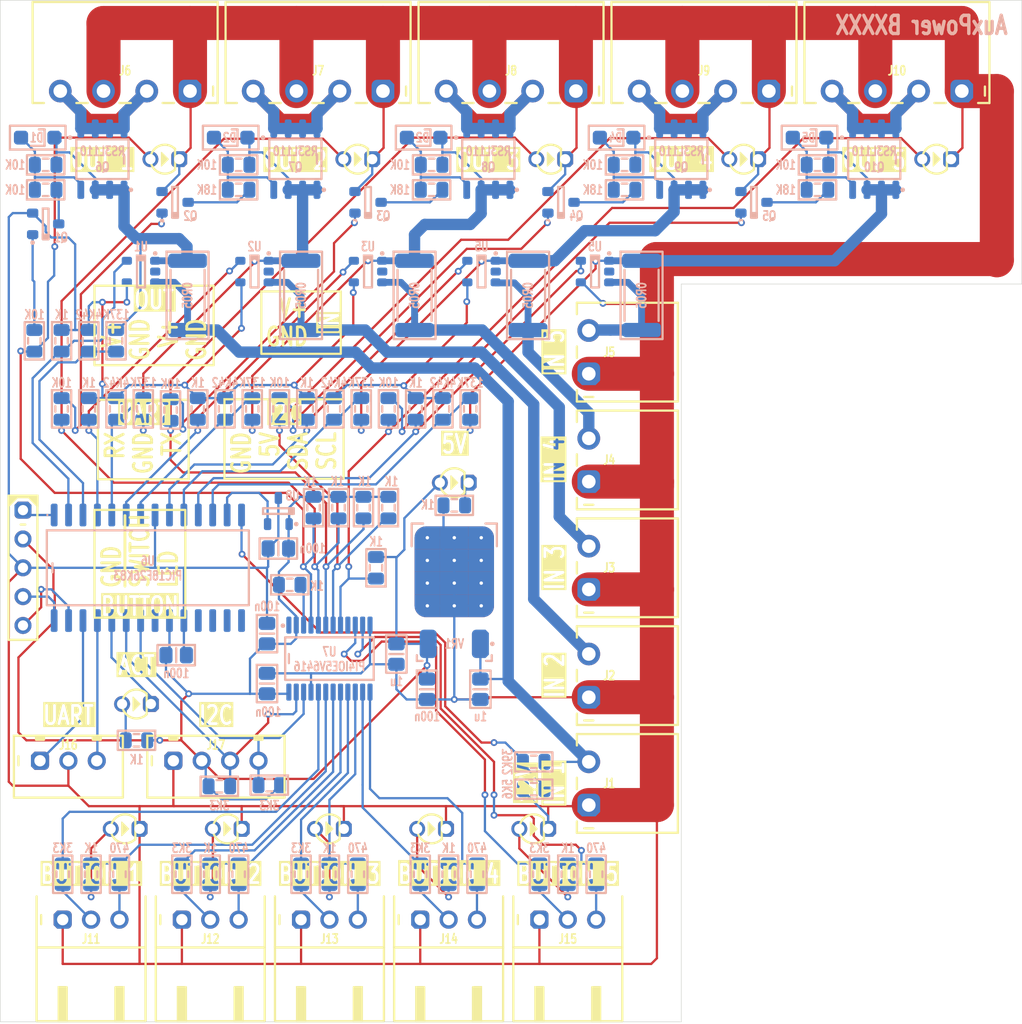
<source format=kicad_pcb>
(kicad_pcb (version 20240108) (generator "pcbnew") (generator_version "8.0")
  (layers (0 "F.Cu" signal) (31 "B.Cu" signal) (34 "B.Paste" user) (35 "F.Paste" user) (36 "B.SilkS" user "B.Silkscreen") (37 "F.SilkS" user "F.Silkscreen") (38 "B.Mask" user) (39 "F.Mask" user) (44 "Edge.Cuts" user))
  (net 0 "")
  (net 1 "GND")
  (net 2 "GATE1")
  (net 3 "GATE2")
  (net 4 "GATE5")
  (net 5 "GATE4")
  (net 6 "GATE3")
  (net 7 "COLLECTOR1")
  (net 8 "COLLECTOR5")
  (net 9 "COLLECTOR4")
  (net 10 "COLLECTOR3")
  (net 11 "COLLECTOR2")
  (net 12 "LED_BUTTON_INT_1")
  (net 13 "LED_BUTTON_INT_2")
  (net 14 "LED_BUTTON_INT_3")
  (net 15 "LED_BUTTON_INT_4")
  (net 16 "LED_BUTTON_INT_5")
  (net 17 "BASE5")
  (net 18 "BASE4")
  (net 19 "BASE3")
  (net 20 "BASE2")
  (net 21 "BASE1")
  (net 22 "OUT_OUTPUT4")
  (net 23 "OUTPUT3")
  (net 24 "OUT_OUTPUT5")
  (net 25 "OUTPUT4")
  (net 26 "OUTPUT5")
  (net 27 "OUTPUT2")
  (net 28 "OUTPUT1")
  (net 29 "OUT_OUTPUT3")
  (net 30 "OUT_OUTPUT2")
  (net 31 "OUT_OUTPUT1")
  (net 32 "INPUT1")
  (net 33 "INPUT1'")
  (net 34 "INPUT2'")
  (net 35 "INPUT2")
  (net 36 "INPUT3")
  (net 37 "INPUT3'")
  (net 38 "INPUT4")
  (net 39 "INPUT4'")
  (net 40 "INPUT5")
  (net 41 "INPUT5'")
  (net 42 "BUTTON2_SWITCH")
  (net 43 "BUTTON2_LED")
  (net 44 "BUTTON1_LED")
  (net 45 "BUTTON1_SWITCH")
  (net 46 "IN_BUTTON1_SWITCH")
  (net 47 "OUT_BUTTON1_LED")
  (net 48 "OUT_BUTTON2_LED")
  (net 49 "IN_BUTTON2_SWITCH")
  (net 50 "BUTTON3_SWITCH")
  (net 51 "BUTTON3_LED")
  (net 52 "BUTTON4_SWITCH")
  (net 53 "BUTTON4_LED")
  (net 54 "BUTTON5_SWITCH")
  (net 55 "BUTTON5_LED")
  (net 56 "IN_BUTTON3_SWITCH")
  (net 57 "IN_BUTTON5_SWITCH")
  (net 58 "IN_BUTTON4_SWITCH")
  (net 59 "ADC_CURRENT5")
  (net 60 "ADC_VOLTAGE5")
  (net 61 "ADC_VOLTAGE1")
  (net 62 "ADC_CURRENT1")
  (net 63 "ADC_VOLTAGE4")
  (net 64 "ADC_VOLTAGE2")
  (net 65 "ADC_CURRENT2")
  (net 66 "ADC_CURRENT3")
  (net 67 "ADC_VOLTAGE3")
  (net 68 "ADC_CURRENT4")
  (net 69 "ADC_VOLTAGE_IN")
  (net 70 "5V")
  (net 71 "I2C_SCL")
  (net 72 "I2C_SDA")
  (net 73 "ICSP_VPP")
  (net 74 "ADC_TEMPERATURE")
  (net 75 "LED_POWER")
  (net 76 "LED_ACTIVITY")
  (net 77 "OUT_ACTIVITY")
  (net 78 "EXPANDER_RESET")
  (net 79 "OUT_BUTTON3_LED")
  (net 80 "OUT_BUTTON4_LED")
  (net 81 "OUT_BUTTON5_LED")
  (net 82 "UART_RX")
  (net 83 "UART_TX")
  (net 84 "ICSP_DAT")
  (net 85 "ICSP_CLK")
  (footprint "Medo64:DS (D3.0)" (layer "F.Cu") (at 80.5 29 180)
    (property "Reference" "DS9" (hide yes))
    (property "Value" "LED" (hide yes))
  )
  (footprint "Medo64:J Phoenix MC (4w)" (layer "F.Cu") (at 43 23 180)
    (property "Reference" "J7")
    (property "Value" "MC 1,5/4")
  )
  (footprint "Medo64:DS (D3.0)" (layer "F.Cu") (at 44 88 180)
    (property "Reference" "DS3" (hide yes))
    (property "Value" "LED" (hide yes))
  )
  (footprint "Medo64:J Phoenix MC (4w)" (layer "F.Cu") (at 94 23 180)
    (property "Reference" "J10")
    (property "Value" "MC 1,5/4")
  )
  (footprint "Medo64:DS (D3.0)" (layer "F.Cu") (at 62 88 180)
    (property "Reference" "DS5" (hide yes))
    (property "Value" "LED" (hide yes))
  )
  (footprint "Medo64:J Phoenix MC (4w)" (layer "F.Cu") (at 60 23 180)
    (property "Reference" "J8")
    (property "Value" "MC 1,5/4")
  )
  (footprint "Medo64:DS (D3.0)" (layer "F.Cu") (at 27 77 180)
    (property "Reference" "DS12" (hide yes))
    (property "Value" "LED" (hide yes))
  )
  (footprint "Medo64:ICSP PIC Pogo (5w)" (layer "F.Cu") (at 17 65 -90)
    (property "Reference" "ICSP" (hide yes))
    (property "Value" "Microchip PIC" (hide yes))
  )
  (footprint "Medo64:DS (D3.0)" (layer "F.Cu") (at 63.5 29 180)
    (property "Reference" "DS8" (hide yes))
    (property "Value" "LED" (hide yes))
  )
  (footprint "Medo64:J Phoenix MC (2w)" (layer "F.Cu") (at 66.85 65 90)
    (property "Reference" "J3")
    (property "Value" "MC 1,5/2")
  )
  (footprint "Medo64:J JST XH S (3w)" (layer "F.Cu") (at 33.5 96)
    (property "Reference" "J12")
    (property "Value" "S3B-XH-A")
  )
  (footprint "Medo64:J JST XH S (3w)" (layer "F.Cu") (at 54.5 96)
    (property "Reference" "J14")
    (property "Value" "S3B-XH-A")
  )
  (footprint "Medo64:DS (D3.0)" (layer "F.Cu") (at 26 88 180)
    (property "Reference" "DS1" (hide yes))
    (property "Value" "LED" (hide yes))
  )
  (footprint "Medo64:J Phoenix MC (4w)" (layer "F.Cu") (at 77 23 180)
    (property "Reference" "J9")
    (property "Value" "MC 1,5/4")
  )
  (footprint "Medo64:DS (D3.0)" (layer "F.Cu") (at 35 88 180)
    (property "Reference" "DS2" (hide yes))
    (property "Value" "LED" (hide yes))
  )
  (footprint "Medo64:J JST XH B [I2C] (4w)" (layer "F.Cu") (at 34 82)
    (property "Reference" "J17")
    (property "Value" "B4B-XH-A")
  )
  (footprint "Medo64:DS (D3.0)" (layer "F.Cu") (at 29.5 29 180)
    (property "Reference" "DS6" (hide yes))
    (property "Value" "LED" (hide yes))
  )
  (footprint "Medo64:J JST XH S (3w)" (layer "F.Cu") (at 44 96)
    (property "Reference" "J13")
    (property "Value" "S3B-XH-A")
  )
  (footprint "Medo64:J JST XH S (3w)" (layer "F.Cu") (at 65 96)
    (property "Reference" "J15")
    (property "Value" "S3B-XH-A")
  )
  (footprint "Medo64:DS (D3.0)" (layer "F.Cu") (at 97.5 29 180)
    (property "Reference" "DS10" (hide yes))
    (property "Value" "LED" (hide yes))
  )
  (footprint "Medo64:DS (D3.0)" (layer "F.Cu") (at 46.5 29 180)
    (property "Reference" "DS7" (hide yes))
    (property "Value" "LED" (hide yes))
  )
  (footprint "Medo64:J Phoenix MC (2w)" (layer "F.Cu") (at 66.85 74.5 90)
    (property "Reference" "J2")
    (property "Value" "MC 1,5/2")
  )
  (footprint "Medo64:DS (D3.0)" (layer "F.Cu") (at 55 57.5 180)
    (property "Reference" "DS11" (hide yes))
    (property "Value" "LED" (hide yes))
  )
  (footprint "Medo64:J JST XH S (3w)" (layer "F.Cu") (at 23 96)
    (property "Reference" "J11")
    (property "Value" "S3B-XH-A")
  )
  (footprint "Medo64:DS (D3.0)" (layer "F.Cu") (at 53 88 180)
    (property "Reference" "DS4" (hide yes))
    (property "Value" "LED" (hide yes))
  )
  (footprint "Medo64:J Phoenix MC (2w)" (layer "F.Cu") (at 66.85 46 90)
    (property "Reference" "J5")
    (property "Value" "MC 1,5/2")
  )
  (footprint "Medo64:J Phoenix MC (2w)" (layer "F.Cu") (at 66.85 84 90)
    (property "Reference" "J1")
    (property "Value" "MC 1,5/2")
  )
  (footprint "Medo64:J Phoenix MC (2w)" (layer "F.Cu") (at 66.85 55.5 90)
    (property "Reference" "J4")
    (property "Value" "MC 1,5/2")
  )
  (footprint "Medo64:J JST XH B [UART] (3w)" (layer "F.Cu") (at 21 82)
    (property "Reference" "J16")
    (property "Value" "B3B-XH-A")
  )
  (footprint "Medo64:J Phoenix MC (4w)" (layer "F.Cu") (at 26 23 180)
    (property "Reference" "J6")
    (property "Value" "MC 1,5/4")
  )
  (footprint "Medo64:C (0805)" (layer "B.Cu") (at 57.3 75.7 90)
    (property "Reference" "C7" (hide yes))
    (property "Value" "1u")
  )
  (footprint "Medo64:R (0805)" (layer "B.Cu") (at 48.1 65 -90)
    (property "Reference" "R20" (hide yes))
    (property "Value" "1K")
  )
  (footprint "Medo64:U CurrentMonitor [HV7801] (SOT23-5)" (layer "B.Cu") (at 27.4 38.9 180)
    (property "Reference" "U1")
    (property "Value" "ZXCT1009" (hide yes))
  )
  (footprint "Medo64:C (0805)" (layer "B.Cu") (at 52.6 75.7 90)
    (property "Reference" "C1" (hide yes))
    (property "Value" "100n")
  )
  (footprint "Medo64:R (0805)" (layer "B.Cu") (at 34.8 51 90)
    (property "Reference" "R38" (hide yes))
    (property "Value" "4K42")
  )
  (footprint "Medo64:R (2512)" (layer "B.Cu") (at 71.5 41 90)
    (property "Reference" "R5" (hide yes))
    (property "Value" "0R05")
  )
  (footprint "Medo64:R (0805)" (layer "B.Cu") (at 70 29.5 180)
    (property "Reference" "R51" (hide yes))
    (property "Value" "10K")
  )
  (footprint "Medo64:R (0805)" (layer "B.Cu") (at 57 92 90)
    (property "Reference" "R9" (hide yes))
    (property "Value" "470")
  )
  (footprint "Medo64:Q Transistor NPN (SOT23-3)" (layer "B.Cu") (at 47.4 32.8 90)
    (property "Reference" "Q3")
    (property "Value" "BC846B,235" (hide yes))
  )
  (footprint "Medo64:Q Transistor NPN (SOT23-3)" (layer "B.Cu") (at 64.4 32.8 90)
    (property "Reference" "Q4")
    (property "Value" "BC846B,235" (hide yes))
  )
  (footprint "Medo64:R (0805)" (layer "B.Cu") (at 25.5 92 90)
    (property "Reference" "R6" (hide yes))
    (property "Value" "470")
  )
  (footprint "Medo64:R (0805)" (layer "B.Cu") (at 32.4 51 90)
    (property "Reference" "R13" (hide yes))
    (property "Value" "1K")
  )
  (footprint "Medo64:R (0805)" (layer "B.Cu") (at 56.4 51 90)
    (property "Reference" "R62" (hide yes))
    (property "Value" "137K")
  )
  (footprint "Medo64:R (0805)" (layer "B.Cu") (at 18 45 -90)
    (property "Reference" "R42" (hide yes))
    (property "Value" "10K")
  )
  (footprint "Medo64:R (0805)" (layer "B.Cu") (at 19 29.5 180)
    (property "Reference" "R47" (hide yes))
    (property "Value" "10K")
  )
  (footprint "Medo64:R (0805)" (layer "B.Cu") (at 20.4 51 90)
    (property "Reference" "R43" (hide yes))
    (property "Value" "10K")
  )
  (footprint "Medo64:Q MOSFET-P (SO-8)" (layer "B.Cu") (at 41 29 90)
    (property "Reference" "Q7")
    (property "Value" "RS3L110")
  )
  (footprint "Medo64:R (0805)" (layer "B.Cu") (at 25.2 45 90)
    (property "Reference" "R58" (hide yes))
    (property "Value" "137K")
  )
  (footprint "Medo64:R (0805)" (layer "B.Cu") (at 23 92 90)
    (property "Reference" "R21" (hide yes))
    (property "Value" "1K")
  )
  (footprint "Medo64:R (2512)" (layer "B.Cu") (at 41.5 41 90)
    (property "Reference" "R2" (hide yes))
    (property "Value" "0R05")
  )
  (footprint "Medo64:R (2512)" (layer "B.Cu") (at 31.5 41 90)
    (property "Reference" "R1" (hide yes))
    (property "Value" "0R05")
  )
  (footprint "Medo64:R (0805)" (layer "B.Cu") (at 42.6 59.7 -90)
    (property "Reference" "R16" (hide yes))
    (property "Value" "1K")
  )
  (footprint "Medo64:R (0805)" (layer "B.Cu") (at 20.4 45 90)
    (property "Reference" "R11" (hide yes))
    (property "Value" "1K")
  )
  (footprint "Medo64:D Zener (SOD123FL)" (layer "B.Cu") (at 18.3 27.1 180)
    (property "Reference" "D1")
    (property "Value" "BZT52C12" (hide yes))
  )
  (footprint "Medo64:Q MOSFET-P (SO-8)" (layer "B.Cu") (at 24 29 90)
    (property "Reference" "Q6")
    (property "Value" "RS3L110")
  )
  (footprint "Medo64:R (0805)" (layer "B.Cu") (at 49.2 59.7 -90)
    (property "Reference" "R19" (hide yes))
    (property "Value" "1K")
  )
  (footprint "Medo64:R (0805)" (layer "B.Cu") (at 51.6 51 90)
    (property "Reference" "R15" (hide yes))
    (property "Value" "1K")
  )
  (footprint "Medo64:D Zener (SOD123FL)" (layer "B.Cu") (at 86.3 27.1 180)
    (property "Reference" "D5")
    (property "Value" "BZT52C12" (hide yes))
  )
  (footprint "Medo64:R (0805)" (layer "B.Cu") (at 27.6 51 90)
    (property "Reference" "R59" (hide yes))
    (property "Value" "137K")
  )
  (footprint "Medo64:R (2512)" (layer "B.Cu") (at 61.5 41 90)
    (property "Reference" "R4" (hide yes))
    (property "Value" "0R05")
  )
  (footprint "Medo64:Q MOSFET-P (SO-8)" (layer "B.Cu") (at 75 29 90)
    (property "Reference" "Q9")
    (property "Value" "RS3L110")
  )
  (footprint "Medo64:R (0805)" (layer "B.Cu") (at 44.4 51 90)
    (property "Reference" "R39" (hide yes))
    (property "Value" "4K42")
  )
  (footprint "Medo64:D Zener (SOD123FL)" (layer "B.Cu") (at 52.3 27.1 180)
    (property "Reference" "D2")
    (property "Value" "BZT52C12" (hide yes))
  )
  (footprint "Medo64:R (0805)" (layer "B.Cu") (at 42 51 90)
    (property "Reference" "R14" (hide yes))
    (property "Value" "1K")
  )
  (footprint "Medo64:R (0805)" (layer "B.Cu") (at 46.5 92 90)
    (property "Reference" "R8" (hide yes))
    (property "Value" "470")
  )
  (footprint "Medo64:Q MOSFET-P (SO-8)" (layer "B.Cu") (at 92 29 90)
    (property "Reference" "Q10")
    (property "Value" "RS3L110")
  )
  (footprint "Medo64:R (0805)" (layer "B.Cu") (at 40.5 66.5 180)
    (property "Reference" "R28" (hide yes))
    (property "Value" "1K")
  )
  (footprint "Medo64:R (0805)" (layer "B.Cu") (at 44.8 59.7 -90)
    (property "Reference" "R17" (hide yes))
    (property "Value" "1K")
  )
  (footprint "Medo64:R (0805)" (layer "B.Cu") (at 44 92 90)
    (property "Reference" "R23" (hide yes))
    (property "Value" "1K")
  )
  (footprint "Medo64:R (0805)" (layer "B.Cu") (at 33.5 92 90)
    (property "Reference" "R22" (hide yes))
    (property "Value" "1K")
  )
  (footprint "Medo64:VR Linear 5V 1000mA [AS7805ADTR-G1] (TO252-2')" (layer "B.Cu") (at 55 71.7 180)
    (property "Reference" "VR1")
    (property "Value" "AS7805ADTR" (hide yes))
  )
  (footprint "Medo64:R (0805)" (layer "B.Cu") (at 20.5 92 90)
    (property "Reference" "R29" (hide yes))
    (property "Value" "3K3")
  )
  (footprint "Medo64:R (0805)" (layer "B.Cu") (at 36 31.7 180)
    (property "Reference" "R53" (hide yes))
    (property "Value" "18K")
  )
  (footprint "Medo64:R (0805)" (layer "B.Cu") (at 38.7 84.15)
    (property "Reference" "R35" (hide yes))
    (property "Value" "3K3")
  )
  (footprint "Medo64:R (0805)" (layer "B.Cu") (at 34.3 84.25 180)
    (property "Reference" "R34" (hide yes))
    (property "Value" "3K3")
  )
  (footprint "Medo64:U Micro [PIC18F26K83] (SOIC-28)" (layer "B.Cu") (at 28 65 -90)
    (property "Reference" "U6")
    (property "Value" "PIC18F26K83")
  )
  (footprint "Medo64:C (0805)" (layer "B.Cu") (at 30.5 72.7)
    (property "Reference" "C5" (hide yes))
    (property "Value" "100n")
  )
  (footprint "Medo64:R (0805)" (layer "B.Cu") (at 36 92 90)
    (property "Reference" "R7" (hide yes))
    (property "Value" "470")
  )
  (footprint "Medo64:C (0805)" (layer "B.Cu") (at 38.5 75.2 90)
    (property "Reference" "C2" (hide yes))
    (property "Value" "100n")
  )
  (footprint "Medo64:R (0805)" (layer "B.Cu") (at 70 31.7 180)
    (property "Reference" "R55" (hide yes))
    (property "Value" "18K")
  )
  (footprint "Medo64:D Zener (SOD123FL)" (layer "B.Cu") (at 69.3 27.1 180)
    (property "Reference" "D4")
    (property "Value" "BZT52C12" (hide yes))
  )
  (footprint "Medo64:U Expander I2C [PI4IOE5V6416LEX] (TSSOP-24)" (layer "B.Cu") (at 44 73 -90)
    (property "Reference" "U7")
    (property "Value" "PI4IOE5V6416")
  )
  (footprint "Medo64:R (0805)" (layer "B.Cu") (at 87 31.7 180)
    (property "Reference" "R56" (hide yes))
    (property "Value" "18K")
  )
  (footprint "Medo64:C (0805)" (layer "B.Cu") (at 38.5 70.8 90)
    (property "Reference" "C3" (hide yes))
    (property "Value" "100n")
  )
  (footprint "Medo64:R (0805)" (layer "B.Cu") (at 65 92 90)
    (property "Reference" "R25" (hide yes))
    (property "Value" "1K")
  )
  (footprint "Medo64:R (0805)" (layer "B.Cu") (at 36 29.5 180)
    (property "Reference" "R49" (hide yes))
    (property "Value" "10K")
  )
  (footprint "Medo64:R (2512)" (layer "B.Cu") (at 51.5 41 90)
    (property "Reference" "R3" (hide yes))
    (property "Value" "0R05")
  )
  (footprint "Medo64:U Temperature Analog [MCP9701] (SOT23-3)" (layer "B.Cu") (at 39.5 60 180)
    (property "Reference" "U8")
    (property "Value" "MCP9701" (hide yes))
  )
  (footprint "Medo64:R (0805)" (layer "B.Cu") (at 47 59.7 -90)
    (property "Reference" "R18" (hide yes))
    (property "Value" "1K")
  )
  (footprint "Medo64:R (0805)" (layer "B.Cu") (at 27 80.2)
    (property "Reference" "R27" (hide yes))
    (property "Value" "1K")
  )
  (footprint "Medo64:R (0805)" (layer "B.Cu") (at 54 51 90)
    (property "Reference" "R40" (hide yes))
    (property "Value" "4K42")
  )
  (footprint "Medo64:R (0805)" (layer "B.Cu") (at 52 92 90)
    (property "Reference" "R32" (hide yes))
    (property "Value" "3K3")
  )
  (footprint "Medo64:D Zener (SOD123FL)" (layer "B.Cu") (at 35.3 27.1 180)
    (property "Reference" "D2")
    (property "Value" "BZT52C12" (hide yes))
  )
  (footprint "Medo64:R (0805)" (layer "B.Cu") (at 30 51.1 90)
    (property "Reference" "R44" (hide yes))
    (property "Value" "10K")
  )
  (footprint "Medo64:R (0805)" (layer "B.Cu") (at 31 92 90)
    (property "Reference" "R30" (hide yes))
    (property "Value" "3K3")
  )
  (footprint "Medo64:R (0805)" (layer "B.Cu") (at 22.8 45 90)
    (property "Reference" "R36" (hide yes))
    (property "Value" "4K42")
  )
  (footprint "Medo64:R (0805)" (layer "B.Cu") (at 53 31.7 180)
    (property "Reference" "R54" (hide yes))
    (property "Value" "18K")
  )
  (footprint "Medo64:R (0805)" (layer "B.Cu") (at 39.6 51 90)
    (property "Reference" "R45" (hide yes))
    (property "Value" "10K")
  )
  (footprint "Medo64:R (0805)" (layer "B.Cu") (at 49.2 51 90)
    (property "Reference" "R46" (hide yes))
    (property "Value" "10K")
  )
  (footprint "Medo64:Q Transistor NPN (SOT23-3)" (layer "B.Cu") (at 81.4 32.8 90)
    (property "Reference" "Q5")
    (property "Value" "BC846B,235" (hide yes))
  )
  (footprint "Medo64:R (0805)" (layer "B.Cu") (at 46.8 51 90)
    (property "Reference" "R61" (hide yes))
    (property "Value" "137K")
  )
  (footprint "Medo64:U CurrentMonitor [HV7801] (SOT23-5)" (layer "B.Cu") (at 57.4 38.9 180)
    (property "Reference" "U5")
    (property "Value" "ZXCT1009" (hide yes))
  )
  (footprint "Medo64:Q Transistor NPN (SOT23-3)" (layer "B.Cu") (at 30.4 32.8 90)
    (property "Reference" "Q2")
    (property "Value" "BC846B,235" (hide yes))
  )
  (footprint "Medo64:R (0805)" (layer "B.Cu") (at 22.8 51 90)
    (property "Reference" "R12" (hide yes))
    (property "Value" "1K")
  )
  (footprint "Medo64:R (0805)" (layer "B.Cu") (at 19 31.7 180)
    (property "Reference" "R48" (hide yes))
    (property "Value" "10K")
  )
  (footprint "Medo64:R (0805)" (layer "B.Cu") (at 53 29.5 180)
    (property "Reference" "R50" (hide yes))
    (property "Value" "10K")
  )
  (footprint "Medo64:Q Transistor NPN (SOT23-3)" (layer "B.Cu") (at 19 34.7 90)
    (property "Reference" "Q1")
    (property "Value" "BC846B,235" (hide yes))
  )
  (footprint "Medo64:R (0805)" (layer "B.Cu") (at 62 82.1 180)
    (property "Reference" "R57" (hide yes))
    (property "Value" "39K2")
  )
  (footprint "Medo64:R (0805)" (layer "B.Cu") (at 37.2 51 90)
    (property "Reference" "R60" (hide yes))
    (property "Value" "137K")
  )
  (footprint "Medo64:C (0805)" (layer "B.Cu") (at 39.5 63.3 180)
    (property "Reference" "C4" (hide yes))
    (property "Value" "100n")
  )
  (footprint "Medo64:U CurrentMonitor [HV7801] (SOT23-5)" (layer "B.Cu") (at 47.4 38.9 180)
    (property "Reference" "U3")
    (property "Value" "ZXCT1009" (hide yes))
  )
  (footprint "Medo64:R (0805)" (layer "B.Cu") (at 41.5 92 90)
    (property "Reference" "R31" (hide yes))
    (property "Value" "3K3")
  )
  (footprint "Medo64:R (0805)" (layer "B.Cu") (at 55 59.5)
    (property "Reference" "R26" (hide yes))
    (property "Value" "1K")
  )
  (footprint "Medo64:R (0805)" (layer "B.Cu") (at 62 84.5 180)
    (property "Reference" "R41" (hide yes))
    (property "Value" "5K6")
  )
  (footprint "Medo64:R (0805)" (layer "B.Cu") (at 62.5 92 90)
    (property "Reference" "R33" (hide yes))
    (property "Value" "3K3")
  )
  (footprint "Medo64:R (0805)" (layer "B.Cu") (at 54.5 92 90)
    (property "Reference" "R24" (hide yes))
    (property "Value" "1K")
  )
  (footprint "Medo64:R (0805)" (layer "B.Cu") (at 67.5 92 90)
    (property "Reference" "R10" (hide yes))
    (property "Value" "470")
  )
  (footprint "Medo64:Q MOSFET-P (SO-8)" (layer "B.Cu") (at 58 29 90)
    (property "Reference" "Q8")
    (property "Value" "RS3L110")
  )
  (footprint "Medo64:U CurrentMonitor [HV7801] (SOT23-5)" (layer "B.Cu") (at 37.4 38.9 180)
    (property "Reference" "U2")
    (property "Value" "ZXCT1009" (hide yes))
  )
  (footprint "Medo64:R (0805)" (layer "B.Cu") (at 25.2 51 90)
    (property "Reference" "R37" (hide yes))
    (property "Value" "4K42")
  )
  (footprint "Medo64:R (0805)" (layer "B.Cu") (at 87 29.5 180)
    (property "Reference" "R52" (hide yes))
    (property "Value" "10K")
  )
  (footprint "Medo64:C (0805)" (layer "B.Cu") (at 49.9 72.6 90)
    (property "Reference" "C6" (hide yes))
    (property "Value" "1u")
  )
  (footprint "Medo64:U CurrentMonitor [HV7801] (SOT23-5)" (layer "B.Cu") (at 67.4 38.9 180)
    (property "Reference" "U5")
    (property "Value" "ZXCT1009" (hide yes))
  )
  (gr_rect (start 34.75 50.15) (end 45.25 57.15) (stroke (width 0.2)) (fill none) (layer "F.SilkS"))
  (gr_rect (start 23.3 40.15) (end 33.8 47.15) (stroke (width 0.2)) (fill none) (layer "F.SilkS"))
  (gr_rect (start 38 40.65) (end 45 46.15) (stroke (width 0.2)) (fill none) (layer "F.SilkS"))
  (gr_rect (start 23.3 59.9) (end 31.3 69.4) (stroke (width 0.2)) (fill none) (layer "F.SilkS"))
  (gr_rect (start 23.6 50.2) (end 31.6 57.2) (stroke (width 0.2)) (fill none) (layer "F.SilkS"))
  (gr_line (start 75 40) (end 75 105) (stroke (width 0.05)) (layer "Edge.Cuts"))
  (gr_line (start 105 15) (end 105 40) (stroke (width 0.05)) (layer "Edge.Cuts"))
  (gr_line (start 15 15) (end 15 105) (stroke (width 0.05)) (layer "Edge.Cuts"))
  (gr_line (start 15 105) (end 75 105) (stroke (width 0.05)) (layer "Edge.Cuts"))
  (gr_line (start 15 15) (end 105 15) (stroke (width 0.05)) (layer "Edge.Cuts"))
  (gr_line (start 75 40) (end 105 40) (stroke (width 0.05)) (layer "Edge.Cuts"))
  (gr_text "AuxPower BXXXX" (at 103.9 17.2 0) (layer "B.SilkS") (effects (font (size 1.6 1.2) (thickness 0.3) (bold yes)) (justify left mirror)))
  (gr_text "OUT 5" (at 92 29.1 0) (layer "F.SilkS" knockout) (effects (font (size 1.6 1.2) (thickness 0.25) (bold yes))))
  (gr_text "GND" (at 36.25 52.9 90) (layer "F.SilkS") (effects (font (size 1.6 1.2) (thickness 0.25) (bold yes)) (justify right)))
  (gr_text "LED" (at 29.8 66.9 90) (layer "F.SilkS") (effects (font (size 1.6 1.2) (thickness 0.25) (bold yes)) (justify left)))
  (gr_text "SDA" (at 41.25 52.9 90) (layer "F.SilkS") (effects (font (size 1.6 1.2) (thickness 0.25) (bold yes)) (justify right)))
  (gr_text "V+" (at 24.8 42.9 90) (layer "F.SilkS") (effects (font (size 1.6 1.2) (thickness 0.25) (bold yes)) (justify right)))
  (gr_text "IN 2" (at 63.85 74.5 90) (layer "F.SilkS" knockout) (effects (font (size 1.6 1.2) (thickness 0.25) (bold yes))))
  (gr_text "~{SWITCH}" (at 27.3 66.9 90) (layer "F.SilkS") (effects (font (size 1.6 1.2) (thickness 0.25) (bold yes)) (justify left)))
  (gr_text "BUTTON 4" (at 54.5 92 0) (layer "F.SilkS" knockout) (effects (font (size 1.6 1.2) (thickness 0.25) (bold yes))))
  (gr_text "12V" (at 61.35 84 90) (layer "F.SilkS" knockout) (effects (font (size 1.6 1.2) (thickness 0.25) (bold yes))))
  (gr_text "OUT 4" (at 75 29.1 0) (layer "F.SilkS" knockout) (effects (font (size 1.6 1.2) (thickness 0.25) (bold yes))))
  (gr_text "V+" (at 42.25 42.15 0) (layer "F.SilkS") (effects (font (size 1.6 1.2) (thickness 0.25) (bold yes)) (justify right)))
  (gr_text "GND" (at 27.3 42.9 90) (layer "F.SilkS") (effects (font (size 1.6 1.2) (thickness 0.25) (bold yes)) (justify right)))
  (gr_text "TX" (at 30.1 52.9 90) (layer "F.SilkS") (effects (font (size 1.6 1.2) (thickness 0.25) (bold yes)) (justify right)))
  (gr_text "BUTTON 1" (at 23 92 0) (layer "F.SilkS" knockout) (effects (font (size 1.6 1.2) (thickness 0.25) (bold yes))))
  (gr_text "OUT" (at 28.55 41.4 0) (layer "F.SilkS" knockout) (effects (font (size 1.6 1.2) (thickness 0.25) (bold yes))))
  (gr_text "GND" (at 32.3 42.9 90) (layer "F.SilkS") (effects (font (size 1.6 1.2) (thickness 0.25) (bold yes)) (justify right)))
  (gr_text "OUT 3" (at 58 29.1 0) (layer "F.SilkS" knockout) (effects (font (size 1.6 1.2) (thickness 0.25) (bold yes))))
  (gr_text "UART" (at 27.6 51.4 0) (layer "F.SilkS" knockout) (effects (font (size 1.6 1.2) (thickness 0.25) (bold yes))))
  (gr_text "BUTTON 3" (at 44 92 0) (layer "F.SilkS" knockout) (effects (font (size 1.6 1.2) (thickness 0.25) (bold yes))))
  (gr_text "OUT 2" (at 41 29.1 0) (layer "F.SilkS" knockout) (effects (font (size 1.6 1.2) (thickness 0.25) (bold yes))))
  (gr_text "UART" (at 21 78 0) (layer "F.SilkS" knockout) (effects (font (size 1.6 1.2) (thickness 0.25) (bold yes))))
  (gr_text "BUTTON" (at 27.3 68.4 0) (layer "F.SilkS" knockout) (effects (font (size 1.6 1.2) (thickness 0.25) (bold yes))))
  (gr_text "IN 5" (at 63.85 46 90) (layer "F.SilkS" knockout) (effects (font (size 1.6 1.2) (thickness 0.25) (bold yes))))
  (gr_text "GND" (at 42.25 44.65 0) (layer "F.SilkS") (effects (font (size 1.6 1.2) (thickness 0.25) (bold yes)) (justify right)))
  (gr_text "ACT" (at 27 73.6 0) (layer "F.SilkS" knockout) (effects (font (size 1.6 1.2) (thickness 0.25) (bold yes))))
  (gr_text "OUT 1" (at 24 29.1 0) (layer "F.SilkS" knockout) (effects (font (size 1.6 1.2) (thickness 0.25) (bold yes))))
  (gr_text "IN" (at 44 43.4 90) (layer "F.SilkS" knockout) (effects (font (size 1.6 1.2) (thickness 0.25) (bold yes))))
  (gr_text "IN 3" (at 63.85 65 90) (layer "F.SilkS" knockout) (effects (font (size 1.6 1.2) (thickness 0.25) (bold yes))))
  (gr_text "IN 4" (at 63.85 55.5 90) (layer "F.SilkS" knockout) (effects (font (size 1.6 1.2) (thickness 0.25) (bold yes))))
  (gr_text "GND" (at 27.6 52.9 90) (layer "F.SilkS") (effects (font (size 1.6 1.2) (thickness 0.25) (bold yes)) (justify right)))
  (gr_text "SCL" (at 43.75 52.9 90) (layer "F.SilkS") (effects (font (size 1.6 1.2) (thickness 0.25) (bold yes)) (justify right)))
  (gr_text "BUTTON 5" (at 65 92 0) (layer "F.SilkS" knockout) (effects (font (size 1.6 1.2) (thickness 0.25) (bold yes))))
  (gr_text "5V" (at 55 54.1 0) (layer "F.SilkS" knockout) (effects (font (size 1.6 1.2) (thickness 0.25) (bold yes))))
  (gr_text "BUTTON 2" (at 33.5 92 0) (layer "F.SilkS" knockout) (effects (font (size 1.6 1.2) (thickness 0.25) (bold yes))))
  (gr_text "I2C" (at 34 78 0) (layer "F.SilkS" knockout) (effects (font (size 1.6 1.2) (thickness 0.25) (bold yes))))
  (gr_text "5V" (at 38.75 52.9 90) (layer "F.SilkS") (effects (font (size 1.6 1.2) (thickness 0.25) (bold yes)) (justify right)))
  (gr_text "RX" (at 25.1 52.9 90) (layer "F.SilkS") (effects (font (size 1.6 1.2) (thickness 0.25) (bold yes)) (justify right)))
  (gr_text "I2C" (at 40 51.4 0) (layer "F.SilkS" knockout) (effects (font (size 1.6 1.2) (thickness 0.25) (bold yes))))
  (gr_text "IN 1" (at 63.85 84 90) (layer "F.SilkS" knockout) (effects (font (size 1.6 1.2) (thickness 0.25) (bold yes))))
  (gr_text "GND" (at 24.8 66.9 90) (layer "F.SilkS") (effects (font (size 1.6 1.2) (thickness 0.25) (bold yes)) (justify left)))
  (gr_text "V+" (at 29.8 42.9 90) (layer "F.SilkS") (effects (font (size 1.6 1.2) (thickness 0.25) (bold yes)) (justify right)))
  (segment (start 72.85 66.905) (end 72.85 57.405) (width 3) (layer "F.Cu") (net 1))
  (segment (start 63.27 86) (end 66.755 86) (width 0.2) (layer "F.Cu") (net 1))
  (segment (start 56.1 43.4) (end 56.1 41.55) (width 0.2) (layer "F.Cu") (net 1))
  (segment (start 16.1 84.2) (end 15.75 83.85) (width 0.2) (layer "F.Cu") (net 1))
  (segment (start 66.85 76.405) (end 58.095 76.405) (width 0.2) (layer "F.Cu") (net 1))
  (segment (start 31.715 17) (end 31.715 23) (width 3) (layer "F.Cu") (net 1))
  (segment (start 99.715 23) (end 102.8 23) (width 3) (layer "F.Cu") (net 1))
  (segment (start 22.8 86) (end 27.27 86) (width 0.2) (layer "F.Cu") (net 1))
  (segment (start 21 84.2) (end 16.1 84.2) (width 0.2) (layer "F.Cu") (net 1))
  (segment (start 72.85 57.405) (end 66.85 57.405) (width 3) (layer "F.Cu") (net 1))
  (segment (start 41.5 99.9) (end 52 99.9) (width 0.2) (layer "F.Cu") (net 1))
  (segment (start 27.25 99.9) (end 31 99.9) (width 0.2) (layer "F.Cu") (net 1))
  (segment (start 54.27 86) (end 54.27 88) (width 0.2) (layer "F.Cu") (net 1))
  (segment (start 72.85 76.405) (end 72.85 85.905) (width 3) (layer "F.Cu") (net 1))
  (segment (start 27.27 88) (end 27.27 99.88) (width 0.2) (layer "F.Cu") (net 1))
  (segment (start 15.75 66.25) (end 17 65) (width 0.2) (layer "F.Cu") (net 1))
  (segment (start 72.85 41.75) (end 72.85 47.905) (width 3) (layer "F.Cu") (net 1))
  (segment (start 64.77 29) (end 65.77 28) (width 0.2) (layer "F.Cu") (net 1))
  (segment (start 58.095 17) (end 58.095 23) (width 3) (layer "F.Cu") (net 1))
  (segment (start 92.095 17) (end 82.715 17) (width 3) (layer "F.Cu") (net 1))
  (segment (start 48.77 28) (end 48.77 23.055) (width 0.2) (layer "F.Cu") (net 1))
  (segment (start 72.85 85.905) (end 66.85 85.905) (width 3) (layer "F.Cu") (net 1))
  (segment (start 30.25 82) (end 30.25 85.95) (width 0.2) (layer "F.Cu") (net 1))
  (segment (start 45.27 86) (end 45.27 88) (width 0.2) (layer "F.Cu") (net 1))
  (segment (start 81.77 29) (end 82.77 28) (width 0.2) (layer "F.Cu") (net 1))
  (segment (start 41.5 99.9) (end 41.5 96) (width 0.2) (layer "F.Cu") (net 1))
  (segment (start 75.095 17) (end 65.715 17) (width 3) (layer "F.Cu") (net 1))
  (segment (start 36.27 88) (end 36.27 86) (width 0.2) (layer "F.Cu") (net 1))
  (segment (start 102.7 37.8) (end 72.8 37.8) (width 3) (layer "F.Cu") (net 1))
  (segment (start 46.099996 43.700004) (end 46.099996 40.75) (width 0.2) (layer "F.Cu") (net 1))
  (segment (start 48.715 17) (end 48.715 23) (width 3) (layer "F.Cu") (net 1))
  (segment (start 24 41.60001) (end 26.24999 41.60001) (width 0.2) (layer "F.Cu") (net 1))
  (segment (start 68.15 41.75) (end 68.099992 41.699992) (width 0.2) (layer "F.Cu") (net 1))
  (segment (start 82.715 17) (end 82.715 23) (width 3) (layer "F.Cu") (net 1))
  (segment (start 72.85 41.75) (end 68.15 41.75) (width 0.2) (layer "F.Cu") (net 1))
  (segment (start 58.095 17) (end 48.715 17) (width 3) (layer "F.Cu") (net 1))
  (segment (start 98.77 29) (end 99.77 28) (width 0.2) (layer "F.Cu") (net 1))
  (segment (start 66.85 76.405) (end 72.85 76.405) (width 3) (layer "F.Cu") (net 1))
  (segment (start 36.27 86) (end 30.3 86) (width 0.2) (layer "F.Cu") (net 1))
  (segment (start 40.9 48.9) (end 46.099996 43.700004) (width 0.2) (layer "F.Cu") (net 1))
  (segment (start 20.5 99.9) (end 27.25 99.9) (width 0.2) (layer "F.Cu") (net 1))
  (segment (start 27.27 99.88) (end 27.25 99.9) (width 0.2) (layer "F.Cu") (net 1))
  (segment (start 31 99.9) (end 31 96) (width 0.2) (layer "F.Cu") (net 1))
  (segment (start 24.095 17) (end 24.095 23) (width 3) (layer "F.Cu") (net 1))
  (segment (start 52 99.9) (end 62.5 99.9) (width 0.2) (layer "F.Cu") (net 1))
  (segment (start 31.25 48.9) (end 36.25 43.9) (width 0.2) (layer "F.Cu") (net 1))
  (segment (start 30.3 86) (end 27.27 86) (width 0.2) (layer "F.Cu") (net 1))
  (segment (start 20.5 96) (end 20.5 99.9) (width 0.2) (layer "F.Cu") (net 1))
  (segment (start 72.85 66.905) (end 66.85 66.905) (width 3) (layer "F.Cu") (net 1))
  (segment (start 41.095 17) (end 41.095 23) (width 3) (layer "F.Cu") (net 1))
  (segment (start 36.27 86) (end 45 86) (width 0.2) (layer "F.Cu") (net 1))
  (segment (start 58.095 76.405) (end 57.9 76.6) (width 0.2) (layer "F.Cu") (net 1))
  (segment (start 30.25 85.95) (end 30.3 86) (width 0.2) (layer "F.Cu") (net 1))
  (segment (start 31.77 28) (end 31.77 23.055) (width 0.2) (layer "F.Cu") (net 1))
  (segment (start 75.095 17) (end 75.095 23) (width 3) (layer "F.Cu") (net 1))
  (segment (start 99.715 23) (end 99.715 17) (width 3) (layer "F.Cu") (net 1))
  (segment (start 41.095 17) (end 31.715 17) (width 3) (layer "F.Cu") (net 1))
  (segment (start 31.715 17) (end 24.095 17) (width 3) (layer "F.Cu") (net 1))
  (segment (start 31 99.9) (end 41.5 99.9) (width 0.2) (layer "F.Cu") (net 1))
  (segment (start 72.85 57.8) (end 72.85 47.905) (width 3) (layer "F.Cu") (net 1))
  (segment (start 72.85 37.85) (end 72.85 41.75) (width 3) (layer "F.Cu") (net 1))
  (segment (start 50.55 48.95) (end 56.1 43.4) (width 0.2) (layer "F.Cu") (net 1))
  (segment (start 82.715 17) (end 75.095 17) (width 3) (layer "F.Cu") (net 1))
  (segment (start 62.5 99.9) (end 72.35 99.9) (width 0.2) (layer "F.Cu") (net 1))
  (segment (start 82.77 28) (end 82.77 23.055) (width 0.2) (layer "F.Cu") (net 1))
  (segment (start 65.715 17) (end 65.715 23) (width 3) (layer "F.Cu") (net 1))
  (segment (start 15.75 83.85) (end 15.75 66.25) (width 0.2) (layer "F.Cu") (net 1))
  (segment (start 65.77 28) (end 65.77 23.055) (width 0.2) (layer "F.Cu") (net 1))
  (segment (start 63.27 86) (end 54.27 86) (width 0.2) (layer "F.Cu") (net 1))
  (segment (start 24 48.8) (end 24 41.60001) (width 0.2) (layer "F.Cu") (net 1))
  (segment (start 72.85 47.905) (end 66.85 47.905) (width 3) (layer "F.Cu") (net 1))
  (segment (start 27.27 86) (end 27.27 88) (width 0.2) (layer "F.Cu") (net 1))
  (segment (start 21 82) (end 21 84.2) (width 0.2) (layer "F.Cu") (net 1))
  (segment (start 52 99.9) (end 52 96) (width 0.2) (layer "F.Cu") (net 1))
  (segment (start 72.8 37.8) (end 72.85 37.85) (width 3) (layer "F.Cu") (net 1))
  (segment (start 63.27 88) (end 63.27 86) (width 0.2) (layer "F.Cu") (net 1))
  (segment (start 30.77 29) (end 31.77 28) (width 0.2) (layer "F.Cu") (net 1))
  (segment (start 72.35 99.9) (end 72.85 99.4) (width 0.2) (layer "F.Cu") (net 1))
  (segment (start 72.85 99.4) (end 72.85 85.905) (width 0.2) (layer "F.Cu") (net 1))
  (segment (start 102.8 37.9) (end 102.7 37.8) (width 3) (layer "F.Cu") (net 1))
  (segment (start 99.77 28) (end 99.77 23.055) (width 0.2) (layer "F.Cu") (net 1))
  (segment (start 99.715 17) (end 92.095 17) (width 3) (layer "F.Cu") (net 1))
  (segment (start 57.9 76.6) (end 55 76.6) (width 0.2) (layer "F.Cu") (net 1))
  (segment (start 47.77 29) (end 48.77 28) (width 0.2) (layer "F.Cu") (net 1))
  (segment (start 45 86) (end 45.27 86) (width 0.2) (layer "F.Cu") (net 1))
  (segment (start 45 86) (end 54.27 86) (width 0.2) (layer "F.Cu") (net 1))
  (segment (start 102.8 23) (end 102.8 37.9) (width 3) (layer "F.Cu") (net 1))
  (segment (start 62.5 99.9) (end 62.5 96) (width 0.2) (layer "F.Cu") (net 1))
  (segment (start 65.715 17) (end 58.095 17) (width 3) (layer "F.Cu") (net 1))
  (segment (start 48.715 17) (end 41.095 17) (width 3) (layer "F.Cu") (net 1))
  (segment (start 21 84.2) (end 22.8 86) (width 0.2) (layer "F.Cu") (net 1))
  (segment (start 72.85 76.405) (end 72.85 66.905) (width 3) (layer "F.Cu") (net 1))
  (segment (start 92.095 17) (end 92.095 23) (width 3) (layer "F.Cu") (net 1))
  (via (at 50.55 48.95) (size 0.6) (drill 0.3) (layers "F.Cu" "B.Cu") (net 1))
  (via (at 56.1 41.55) (size 0.6) (drill 0.3) (layers "F.Cu" "B.Cu") (net 1))
  (via (at 55 76.6) (size 0.6) (drill 0.3) (layers "F.Cu" "B.Cu") (net 1))
  (via (at 36.25 43.9) (size 0.6) (drill 0.3) (layers "F.Cu" "B.Cu") (net 1))
  (via (at 46.099996 40.75) (size 0.6) (drill 0.3) (layers "F.Cu" "B.Cu") (net 1))
  (via (at 68.099992 41.699992) (size 0.6) (drill 0.3) (layers "F.Cu" "B.Cu") (net 1))
  (via (at 31.25 48.9) (size 0.6) (drill 0.3) (layers "F.Cu" "B.Cu") (net 1))
  (via (at 24 48.8) (size 0.6) (drill 0.3) (layers "F.Cu" "B.Cu") (net 1))
  (via (at 40.9 48.9) (size 0.6) (drill 0.3) (layers "F.Cu" "B.Cu") (net 1))
  (via (at 26.15 41.6) (size 0.6) (drill 0.3) (layers "F.Cu" "B.Cu") (net 1))
  (via (at 24 41.60001) (size 0.6) (drill 0.3) (layers "F.Cu" "B.Cu") (net 1))
  (segment (start 64.77 29) (end 64.77 30.33) (width 0.2) (layer "B.Cu") (net 1))
  (segment (start 63.27 86.87) (end 61.05 84.65) (width 0.2) (layer "B.Cu") (net 1))
  (segment (start 44.4 50.05) (end 42 50.05) (width 0.2) (layer "B.Cu") (net 1))
  (segment (start 66.25 39.85) (end 68.099992 41.699992) (width 0.2) (layer "B.Cu") (net 1))
  (segment (start 38.6 63.3) (end 38.6 64.9) (width 0.2) (layer "B.Cu") (net 1))
  (segment (start 55 64.35) (end 54.05 63.4) (width 0.2) (layer "B.Cu") (net 1))
  (segment (start 24 50.05) (end 25.2 50.05) (width 0.2) (layer "B.Cu") (net 1))
  (segment (start 47.77 29) (end 47.77 30.33) (width 0.2) (layer "B.Cu") (net 1))
  (segment (start 47.575 73.5) (end 47.575 70.05) (width 0.2) (layer "B.Cu") (net 1))
  (segment (start 31.175 69.65) (end 31.175 72.475) (width 0.2) (layer "B.Cu") (net 1))
  (segment (start 54.9 76.6) (end 52.6 76.6) (width 0.2) (layer "B.Cu") (net 1))
  (segment (start 21 35.9) (end 21.6 36.5) (width 0.2) (layer "B.Cu") (net 1))
  (segment (start 17.85 33.75) (end 19 34.9) (width 0.2) (layer "B.Cu") (net 1))
  (segment (start 31.175 69.65) (end 31.175 65.025) (width 0.2) (layer "B.Cu") (net 1))
  (segment (start 30.77 30.33) (end 29.25 31.85) (width 0.2) (layer "B.Cu") (net 1))
  (segment (start 42 50.05) (end 40.85 48.9) (width 0.2) (layer "B.Cu") (net 1))
  (segment (start 55 76.5) (end 54.9 76.6) (width 0.2) (layer "B.Cu") (net 1))
  (segment (start 57.375 64.35) (end 55 64.35) (width 0.2) (layer "B.Cu") (net 1))
  (segment (start 50.45 48.9) (end 45.55 48.9) (width 0.2) (layer "B.Cu") (net 1))
  (segment (start 81.77 29) (end 81.77 30.33) (width 0.2) (layer "B.Cu") (net 1))
  (segment (start 17.85 33.75) (end 16.1 33.75) (width 0.2) (layer "B.Cu") (net 1))
  (segment (start 49.9 75.7) (end 49.9 73.5) (width 0.2) (layer "B.Cu") (net 1))
  (segment (start 55 64.35) (end 52.625 64.35) (width 0.2) (layer "B.Cu") (net 1))
  (segment (start 22.8 41.95) (end 23.14999 41.60001) (width 0.2) (layer "B.Cu") (net 1))
  (segment (start 38.5 74.3) (end 42.375 74.3) (width 0.2) (layer "B.Cu") (net 1))
  (segment (start 57.3 76.6) (end 54.9 76.6) (width 0.2) (layer "B.Cu") (net 1))
  (segment (start 42.375 74.3) (end 46.775 74.3) (width 0.2) (layer "B.Cu") (net 1))
  (segment (start 31.2 65) (end 38.5 65) (width 0.2) (layer "B.Cu") (net 1))
  (segment (start 81.77 30.33) (end 80.25 31.85) (width 0.2) (layer "B.Cu") (net 1))
  (segment (start 45.55 48.9) (end 44.4 50.05) (width 0.2) (layer "B.Cu") (net 1))
  (segment (start 28.635 60.35) (end 28.635 64.935) (width 0.2) (layer "B.Cu") (net 1))
  (segment (start 54 50.05) (end 51.6 50.05) (width 0.2) (layer "B.Cu") (net 1))
  (segment (start 55 64.35) (end 55 62.35) (width 0.2) (layer "B.Cu") (net 1))
  (segment (start 21.6 44.05) (end 22.8 44.05) (width 0.2) (layer "B.Cu") (net 1))
  (segment (start 32.4 50.05) (end 31.25 48.9) (width 0.2) (layer "B.Cu") (net 1))
  (segment (start 46.15 40.699996) (end 46.099996 40.75) (width 0.2) (layer "B.Cu") (net 1))
  (segment (start 24 50.05) (end 24 48.8) (width 0.2) (layer "B.Cu") (net 1))
  (segment (start 49.9 73.5) (end 47.575 73.5) (width 0.2) (layer "B.Cu") (net 1))
  (segment (start 20.4 44.05) (end 21.6 44.05) (width 0.2) (layer "B.Cu") (net 1))
  (segment (start 17 65) (end 28.7 65) (width 0.2) (layer "B.Cu") (net 1))
  (segment (start 35.95 48.9) (end 34.8 50.05) (width 0.2) (layer "B.Cu") (net 1))
  (segment (start 46.775 74.3) (end 47.575 73.5) (width 0.2) (layer "B.Cu") (net 1))
  (segment (start 21.6 36.5) (end 21.6 44.05) (width 0.2) (layer "B.Cu") (net 1))
  (segment (start 15.75 63.75) (end 17 65) (width 0.2) (layer "B.Cu") (net 1))
  (segment (start 38.5 65) (end 38.5 69.9) (width 0.2) (layer "B.Cu") (net 1))
  (segment (start 28.7 65) (end 31.2 65) (width 0.2) (layer "B.Cu") (net 1))
  (segment (start 26.35 48.9) (end 25.2 50.05) (width 0.2) (layer "B.Cu") (net 1))
  (segment (start 56.15 39.85) (end 56.15 41.5) (width 0.2) (layer "B.Cu") (net 1))
  (segment (start 55 68.35) (end 55 66.35) (width 0.2) (layer "B.Cu") (net 1))
  (segment (start 47.77 30.33) (end 46.25 31.85) (width 0.2) (layer "B.Cu") (net 1))
  (segment (start 52.625 66.35) (end 55 66.35) (width 0.2) (layer "B.Cu") (net 1))
  (segment (start 34.8 50.05) (end 32.4 50.05) (width 0.2) (layer "B.Cu") (net 1))
  (segment (start 23.14999 41.60001) (end 24 41.60001) (width 0.2) (layer "B.Cu") (net 1))
  (segment (start 63.27 88) (end 63.27 86.87) (width 0.2) (layer "B.Cu") (net 1))
  (segment (start 55 68.35) (end 57.375 68.35) (width 0.2) (layer "B.Cu") (net 1))
  (segment (start 39.5 58.85) (end 39.5 62.4) (width 0.2) (layer "B.Cu") (net 1))
  (segment (start 19.5 35.9) (end 21 35.9) (width 0.2) (layer "B.Cu") (net 1))
  (segment (start 55 68.35) (end 52.625 68.35) (width 0.2) (layer "B.Cu") (net 1))
  (segment (start 39.5 62.4) (end 38.6 63.3) (width 0.2) (layer "B.Cu") (net 1))
  (segment (start 51.6 50.05) (end 50.45 48.9) (width 0.2) (layer "B.Cu") (net 1))
  (segment (start 31.175 65.025) (end 31.2 65) (width 0.2) (layer "B.Cu") (net 1))
  (segment (start 22.8 44.05) (end 22.8 41.95) (width 0.2) (layer "B.Cu") (net 1))
  (segment (start 50.8 76.6) (end 49.9 75.7) (width 0.2) (layer "B.Cu") (net 1))
  (segment (start 19 34.9) (end 19 35.4) (width 0.2) (layer "B.Cu") (net 1))
  (segment (start 22.8 50.05) (end 24 50.05) (width 0.2) (layer "B.Cu") (net 1))
  (segment (start 52.625 62.35) (end 55 62.35) (width 0.2) (layer "B.Cu") (net 1))
  (segment (start 46.15 39.85) (end 46.15 40.699996) (width 0.2) (layer "B.Cu") (net 1))
  (segment (start 64.77 30.33) (end 63.25 31.85) (width 0.2) (layer "B.Cu") (net 1))
  (segment (start 55 66.35) (end 57.375 66.35) (width 0.2) (layer "B.Cu") (net 1))
  (segment (start 38.6 64.9) (end 38.5 65) (width 0.2) (layer "B.Cu") (net 1))
  (segment (start 55 62.35) (end 57.375 62.35) (width 0.2) (layer "B.Cu") (net 1))
  (segment (start 36.25 39.85) (end 36.25 43.9) (width 0.2) (layer "B.Cu") (net 1))
  (segment (start 42.375 74.3) (end 42.375 75.95) (width 0.2) (layer "B.Cu") (net 1))
  (segment (start 52.6 76.6) (end 50.8 76.6) (width 0.2) (layer "B.Cu") (net 1))
  (segment (start 31.25 48.9) (end 26.35 48.9) (width 0.2) (layer "B.Cu") (net 1))
  (segment (start 55 68.35) (end 55 76.5) (width 0.2) (layer "B.Cu") (net 1))
  (segment (start 26.15 41.6) (end 26.15 39.85) (width 0.2) (layer "B.Cu") (net 1))
  (segment (start 40.85 48.9) (end 35.95 48.9) (width 0.2) (layer "B.Cu") (net 1))
  (segment (start 28.635 64.935) (end 28.7 65) (width 0.2) (layer "B.Cu") (net 1))
  (segment (start 56.15 41.5) (end 56.1 41.55) (width 0.2) (layer "B.Cu") (net 1))
  (segment (start 54.05 63.4) (end 54.05 59.5) (width 0.2) (layer "B.Cu") (net 1))
  (segment (start 55 66.35) (end 55 64.35) (width 0.2) (layer "B.Cu") (net 1))
  (segment (start 30.77 29) (end 30.77 30.33) (width 0.2) (layer "B.Cu") (net 1))
  (segment (start 19 35.4) (end 19.5 35.9) (width 0.2) (layer "B.Cu") (net 1))
  (segment (start 16.1 33.75) (end 15.75 34.1) (width 0.2) (layer "B.Cu") (net 1))
  (segment (start 15.75 34.1) (end 15.75 63.75) (width 0.2) (layer "B.Cu") (net 1))
  (segment (start 18.05 30.6) (end 21.5 30.6) (width 0.2) (layer "B.Cu") (net 2))
  (segment (start 18.05 29.5) (end 18.05 30.6) (width 0.2) (layer "B.Cu") (net 2))
  (segment (start 18.05 30.6) (end 18.05 31.7) (width 0.2) (layer "B.Cu") (net 2))
  (segment (start 18.05 29.5) (end 18.05 28.325) (width 0.2) (layer "B.Cu") (net 2))
  (segment (start 21.5 30.6) (end 22.095 31.195) (width 0.2) (layer "B.Cu") (net 2))
  (segment (start 18.05 28.325) (end 16.825 27.1) (width 0.2) (layer "B.Cu") (net 2))
  (segment (start 38.5 30.6) (end 35.05 30.6) (width 0.2) (layer "B.Cu") (net 3))
  (segment (start 35.05 30.6) (end 35.05 29.5) (width 0.2) (layer "B.Cu") (net 3))
  (segment (start 35.05 29.5) (end 35.05 28.325) (width 0.2) (layer "B.Cu") (net 3))
  (segment (start 39.095 31.195) (end 38.5 30.6) (width 0.2) (layer "B.Cu") (net 3))
  (segment (start 35.05 31.7) (end 35.05 30.6) (width 0.2) (layer "B.Cu") (net 3))
  (segment (start 35.05 28.325) (end 33.825 27.1) (width 0.2) (layer "B.Cu") (net 3))
  (segment (start 86.05 30.6) (end 89.5 30.6) (width 0.2) (layer "B.Cu") (net 4))
  (segment (start 86.05 28.325) (end 84.825 27.1) (width 0.2) (layer "B.Cu") (net 4))
  (segment (start 86.05 29.5) (end 86.05 28.325) (width 0.2) (layer "B.Cu") (net 4))
  (segment (start 89.5 30.6) (end 90.095 31.195) (width 0.2) (layer "B.Cu") (net 4))
  (segment (start 86.05 30.6) (end 86.05 29.5) (width 0.2) (layer "B.Cu") (net 4))
  (segment (start 86.05 31.7) (end 86.05 30.6) (width 0.2) (layer "B.Cu") (net 4))
  (segment (start 69.05 28.325) (end 67.825 27.1) (width 0.2) (layer "B.Cu") (net 5))
  (segment (start 72.6 30.6) (end 69.05 30.6) (width 0.2) (layer "B.Cu") (net 5))
  (segment (start 73.095 31.095) (end 72.6 30.6) (width 0.2) (layer "B.Cu") (net 5))
  (segment (start 69.05 29.5) (end 69.05 28.325) (width 0.2) (layer "B.Cu") (net 5))
  (segment (start 69.05 30.6) (end 69.05 29.5) (width 0.2) (layer "B.Cu") (net 5))
  (segment (start 69.05 31.7) (end 69.05 30.6) (width 0.2) (layer "B.Cu") (net 5))
  (segment (start 52.05 29.5) (end 52.05 30.6) (width 0.2) (layer "B.Cu") (net 6))
  (segment (start 56.095 31.195) (end 55.5 30.6) (width 0.2) (layer "B.Cu") (net 6))
  (segment (start 52.05 29.5) (end 52.05 28.325) (width 0.2) (layer "B.Cu") (net 6))
  (segment (start 52.05 30.6) (end 52.05 31.7) (width 0.2) (layer "B.Cu") (net 6))
  (segment (start 55.5 30.6) (end 52.05 30.6) (width 0.2) (layer "B.Cu") (net 6))
  (segment (start 52.05 28.325) (end 50.825 27.1) (width 0.2) (layer "B.Cu") (net 6))
  (segment (start 20.15 34.7) (end 20.15 31.9) (width 0.2) (layer "B.Cu") (net 7))
  (segment (start 86.85 32.8) (end 87.95 31.7) (width 0.2) (layer "B.Cu") (net 8))
  (segment (start 82.25 32.8) (end 86.85 32.8) (width 0.2) (layer "B.Cu") (net 8))
  (segment (start 65.55 32.8) (end 69.85 32.8) (width 0.2) (layer "B.Cu") (net 9))
  (segment (start 69.85 32.8) (end 70.95 31.7) (width 0.2) (layer "B.Cu") (net 9))
  (segment (start 52.85 32.8) (end 53.95 31.7) (width 0.2) (layer "B.Cu") (net 10))
  (segment (start 48.55 32.8) (end 52.85 32.8) (width 0.2) (layer "B.Cu") (net 10))
  (segment (start 31.55 32.8) (end 35.85 32.8) (width 0.2) (layer "B.Cu") (net 11))
  (segment (start 35.85 32.8) (end 36.95 31.7) (width 0.2) (layer "B.Cu") (net 11))
  (segment (start 23 89.73) (end 24.73 88) (width 0.2) (layer "F.Cu") (net 12))
  (segment (start 23 94) (end 23 89.73) (width 0.2) (layer "F.Cu") (net 12))
  (via (at 23 94) (size 0.6) (drill 0.3) (layers "F.Cu" "B.Cu") (net 12))
  (segment (start 23 92.95) (end 23 94) (width 0.2) (layer "B.Cu") (net 12))
  (segment (start 33.5 94) (end 33.5 93.5) (width 0.2) (layer "F.Cu") (net 13))
  (segment (start 33.73 93.27) (end 33.73 88) (width 0.2) (layer "F.Cu") (net 13))
  (segment (start 33.5 93.5) (end 33.73 93.27) (width 0.2) (layer "F.Cu") (net 13))
  (via (at 33.5 94) (size 0.6) (drill 0.3) (layers "F.Cu" "B.Cu") (net 13))
  (segment (start 33.5 92.95) (end 33.5 94) (width 0.2) (layer "B.Cu") (net 13))
  (segment (start 44 94) (end 44 89.27) (width 0.2) (layer "F.Cu") (net 14))
  (segment (start 44 89.27) (end 42.73 88) (width 0.2) (layer "F.Cu") (net 14))
  (via (at 44 94) (size 0.6) (drill 0.3) (layers "F.Cu" "B.Cu") (net 14))
  (segment (start 44 92.95) (end 44 94) (width 0.2) (layer "B.Cu") (net 14))
  (segment (start 54.5 94) (end 51.73 91.23) (width 0.2) (layer "F.Cu") (net 15))
  (segment (start 51.73 91.23) (end 51.73 88) (width 0.2) (layer "F.Cu") (net 15))
  (via (at 54.5 94) (size 0.6) (drill 0.3) (layers "F.Cu" "B.Cu") (net 15))
  (segment (start 54.5 92.95) (end 54.5 94) (width 0.2) (layer "B.Cu") (net 15))
  (segment (start 65 94) (end 60.73 89.73) (width 0.2) (layer "F.Cu") (net 16))
  (segment (start 60.73 89.73) (end 60.73 88) (width 0.2) (layer "F.Cu") (net 16))
  (via (at 65 94) (size 0.6) (drill 0.3) (layers "F.Cu" "B.Cu") (net 16))
  (segment (start 65 92.95) (end 65 94) (width 0.2) (layer "B.Cu") (net 16))
  (segment (start 50.4 52.880758) (end 50.4 53) (width 0.2) (layer "F.Cu") (net 17))
  (segment (start 68.680758 34.6) (end 50.4 52.880758) (width 0.2) (layer "F.Cu") (net 17))
  (segment (start 80.3 34.6) (end 68.680758 34.6) (width 0.2) (layer "F.Cu") (net 17))
  (via (at 80.3 34.6) (size 0.6) (drill 0.3) (layers "F.Cu" "B.Cu") (net 17))
  (via (at 50.4 53) (size 0.6) (drill 0.3) (layers "F.Cu" "B.Cu") (net 17))
  (segment (start 50.4 51) (end 50.4 53) (width 0.2) (layer "B.Cu") (net 17))
  (segment (start 49.45 50.05) (end 50.4 51) (width 0.2) (layer "B.Cu") (net 17))
  (segment (start 80.25 34.55) (end 80.3 34.6) (width 0.2) (layer "B.Cu") (net 17))
  (segment (start 80.25 33.75) (end 80.25 34.55) (width 0.2) (layer "B.Cu") (net 17))
  (segment (start 56.1 36.9) (end 60.9 36.9) (width 0.2) (layer "F.Cu") (net 18))
  (segment (start 60.9 36.9) (end 63.2 34.6) (width 0.2) (layer "F.Cu") (net 18))
  (segment (start 40.8 52.9) (end 40.8 52.2) (width 0.2) (layer "F.Cu") (net 18))
  (segment (start 40.8 52.2) (end 56.1 36.9) (width 0.2) (layer "F.Cu") (net 18))
  (via (at 40.8 52.9) (size 0.6) (drill 0.3) (layers "F.Cu" "B.Cu") (net 18))
  (via (at 63.2 34.6) (size 0.6) (drill 0.3) (layers "F.Cu" "B.Cu") (net 18))
  (segment (start 39.85 50.05) (end 40.8 51) (width 0.2) (layer "B.Cu") (net 18))
  (segment (start 63.25 34.55) (end 63.2 34.6) (width 0.2) (layer "B.Cu") (net 18))
  (segment (start 40.8 51) (end 40.8 52.9) (width 0.2) (layer "B.Cu") (net 18))
  (segment (start 63.25 33.75) (end 63.25 34.55) (width 0.2) (layer "B.Cu") (net 18))
  (segment (start 31.09038 52.20962) (end 31.09038 52.79038) (width 0.2) (layer "F.Cu") (net 19))
  (segment (start 46.2 34.600002) (end 44.4 36.400002) (width 0.2) (layer "F.Cu") (net 19))
  (segment (start 44.4 38.9) (end 31.09038 52.20962) (width 0.2) (layer "F.Cu") (net 19))
  (segment (start 44.4 36.400002) (end 44.4 38.9) (width 0.2) (layer "F.Cu") (net 19))
  (via (at 46.2 34.600002) (size 0.6) (drill 0.3) (layers "F.Cu" "B.Cu") (net 19))
  (via (at 31.09038 52.79038) (size 0.6) (drill 0.3) (layers "F.Cu" "B.Cu") (net 19))
  (segment (start 30.7 50.15) (end 31.09038 50.54038) (width 0.2) (layer "B.Cu") (net 19))
  (segment (start 31.09038 50.54038) (end 31.09038 52.79038) (width 0.2) (layer "B.Cu") (net 19))
  (segment (start 46.25 33.75) (end 46.25 34.550002) (width 0.2) (layer "B.Cu") (net 19))
  (segment (start 46.25 34.550002) (end 46.2 34.600002) (width 0.2) (layer "B.Cu") (net 19))
  (segment (start 30 50.15) (end 30.7 50.15) (width 0.2) (layer "B.Cu") (net 19))
  (segment (start 22.1 52.4) (end 22.1 40.9) (width 0.2) (layer "F.Cu") (net 20))
  (segment (start 22.1 40.9) (end 28.299999 34.700001) (width 0.2) (layer "F.Cu") (net 20))
  (segment (start 21.6 52.9) (end 22.1 52.4) (width 0.2) (layer "F.Cu") (net 20))
  (segment (start 28.299999 34.700001) (end 29.200001 34.700001) (width 0.2) (layer "F.Cu") (net 20))
  (via (at 21.6 52.9) (size 0.6) (drill 0.3) (layers "F.Cu" "B.Cu") (net 20))
  (via (at 29.200001 34.700001) (size 0.6) (drill 0.3) (layers "F.Cu" "B.Cu") (net 20))
  (segment (start 20.75 50.05) (end 21.6 50.9) (width 0.2) (layer "B.Cu") (net 20))
  (segment (start 29.25 33.75) (end 29.25 34.650002) (width 0.2) (layer "B.Cu") (net 20))
  (segment (start 29.25 34.650002) (end 29.200001 34.700001) (width 0.2) (layer "B.Cu") (net 20))
  (segment (start 21.6 50.9) (end 21.6 52.9) (width 0.2) (layer "B.Cu") (net 20))
  (segment (start 17.85 39.65) (end 18 39.8) (width 0.2) (layer "B.Cu") (net 21))
  (segment (start 18 39.8) (end 18 44.05) (width 0.2) (layer "B.Cu") (net 21))
  (segment (start 17.85 35.65) (end 17.85 39.65) (width 0.2) (layer "B.Cu") (net 21))
  (segment (start 68.7 27.15) (end 77.38 27.15) (width 0.2) (layer "F.Cu") (net 22))
  (segment (start 39.6 52.1) (end 55.6 36.1) (width 0.2) (layer "F.Cu") (net 22))
  (segment (start 44.7 59.3) (end 39.6 54.2) (width 0.2) (layer "F.Cu") (net 22))
  (segment (start 55.6 36.1) (end 59.75 36.1) (width 0.2) (layer "F.Cu") (net 22))
  (segment (start 59.75 36.1) (end 68.7 27.15) (width 0.2) (layer "F.Cu") (net 22))
  (segment (start 77.38 27.15) (end 79.23 29) (width 0.2) (layer "F.Cu") (net 22))
  (segment (start 39.6 52.9) (end 39.6 52.1) (width 0.2) (layer "F.Cu") (net 22))
  (segment (start 39.6 54.2) (end 39.6 52.9) (width 0.2) (layer "F.Cu") (net 22))
  (segment (start 44.7 64.9) (end 44.7 59.3) (width 0.2) (layer "F.Cu") (net 22))
  (via (at 39.6 52.9) (size 0.6) (drill 0.3) (layers "F.Cu" "B.Cu") (net 22))
  (via (at 44.7 64.9) (size 0.6) (drill 0.3) (layers "F.Cu" "B.Cu") (net 22))
  (segment (start 39.6 51.95) (end 39.6 52.9) (width 0.2) (layer "B.Cu") (net 22))
  (segment (start 44.7 64.9) (end 48.95 60.65) (width 0.2) (layer "B.Cu") (net 22))
  (segment (start 44.325 70.05) (end 44.325 65.275) (width 0.2) (layer "B.Cu") (net 22))
  (segment (start 44.325 65.275) (end 44.7 64.9) (width 0.2) (layer "B.Cu") (net 22))
  (segment (start 59.405 25.5) (end 61.905 23) (width 1) (layer "F.Cu") (net 23))
  (segment (start 56.785 25.5) (end 59.405 25.5) (width 1) (layer "F.Cu") (net 23))
  (segment (start 54.285 23) (end 56.785 25.5) (width 1) (layer "F.Cu") (net 23))
  (segment (start 56.095 26.3) (end 57.365 26.3) (width 1) (layer "B.Cu") (net 23))
  (segment (start 59.905 26.3) (end 58.635 26.3) (width 1) (layer "B.Cu") (net 23))
  (segment (start 61.905 23) (end 59.905 25) (width 1) (layer "B.Cu") (net 23))
  (segment (start 57.365 26.3) (end 58.635 26.3) (width 1) (layer "B.Cu") (net 23))
  (segment (start 59.905 25) (end 59.905 26.3) (width 1) (layer "B.Cu") (net 23))
  (segment (start 56.095 26.3) (end 56.095 24.81) (width 1) (layer "B.Cu") (net 23))
  (segment (start 56.095 24.81) (end 54.285 23) (width 1) (layer "B.Cu") (net 23))
  (segment (start 85.75 27.15) (end 94.38 27.15) (width 0.2) (layer "F.Cu") (net 24))
  (segment (start 49.2 53) (end 68.9 33.3) (width 0.2) (layer "F.Cu") (net 24))
  (segment (start 79.6 33.3) (end 85.75 27.15) (width 0.2) (layer "F.Cu") (net 24))
  (segment (start 45.7 64.9) (end 45.7 56.5) (width 0.2) (layer "F.Cu") (net 24))
  (segment (start 45.7 56.5) (end 49.2 53) (width 0.2) (layer "F.Cu") (net 24))
  (segment (start 94.38 27.15) (end 96.23 29) (width 0.2) (layer "F.Cu") (net 24))
  (segment (start 68.9 33.3) (end 79.6 33.3) (width 0.2) (layer "F.Cu") (net 24))
  (via (at 49.2 53) (size 0.6) (drill 0.3) (layers "F.Cu" "B.Cu") (net 24))
  (via (at 45.7 64.9) (size 0.6) (drill 0.3) (layers "F.Cu" "B.Cu") (net 24))
  (segment (start 45.7 65.95) (end 45.7 64.9) (width 0.2) (layer "B.Cu") (net 24))
  (segment (start 44.975 70.05) (end 44.975 66.675) (width 0.2) (layer "B.Cu") (net 24))
  (segment (start 49.2 51.95) (end 49.2 53) (width 0.2) (layer "B.Cu") (net 24))
  (segment (start 48.1 65.95) (end 45.7 65.95) (width 0.2) (layer "B.Cu") (net 24))
  (segment (start 44.975 66.675) (end 45.7 65.95) (width 0.2) (layer "B.Cu") (net 24))
  (segment (start 78.905 23) (end 76.405 25.5) (width 1) (layer "F.Cu") (net 25))
  (segment (start 76.405 25.5) (end 73.785 25.5) (width 1) (layer "F.Cu") (net 25))
  (segment (start 73.785 25.5) (end 71.285 23) (width 1) (layer "F.Cu") (net 25))
  (segment (start 76.905 25) (end 78.905 23) (width 1) (layer "B.Cu") (net 25))
  (segment (start 76.905 26.3) (end 76.905 25) (width 1) (layer "B.Cu") (net 25))
  (segment (start 73.095 24.81) (end 71.285 23) (width 1) (layer "B.Cu") (net 25))
  (segment (start 76.905 26.3) (end 75.635 26.3) (width 1) (layer "B.Cu") (net 25))
  (segment (start 73.095 26.3) (end 73.095 24.81) (width 1) (layer "B.Cu") (net 25))
  (segment (start 74.365 26.3) (end 73.095 26.3) (width 1) (layer "B.Cu") (net 25))
  (segment (start 75.635 26.3) (end 74.365 26.3) (width 1) (layer "B.Cu") (net 25))
  (segment (start 93.405 25.5) (end 95.905 23) (width 1) (layer "F.Cu") (net 26))
  (segment (start 88.285 23) (end 90.785 25.5) (width 1) (layer "F.Cu") (net 26))
  (segment (start 90.785 25.5) (end 93.405 25.5) (width 1) (layer "F.Cu") (net 26))
  (segment (start 93.905 26.3) (end 93.905 25) (width 1) (layer "B.Cu") (net 26))
  (segment (start 93.905 25) (end 95.905 23) (width 1) (layer "B.Cu") (net 26))
  (segment (start 90.095 24.81) (end 90.095 26.3) (width 1) (layer "B.Cu") (net 26))
  (segment (start 92.635 26.3) (end 93.905 26.3) (width 1) (layer "B.Cu") (net 26))
  (segment (start 91.365 26.3) (end 92.635 26.3) (width 1) (layer "B.Cu") (net 26))
  (segment (start 88.285 23) (end 90.095 24.81) (width 1) (layer "B.Cu") (net 26))
  (segment (start 90.095 26.3) (end 91.365 26.3) (width 1) (layer "B.Cu") (net 26))
  (segment (start 42.405 25.5) (end 44.905 23) (width 1) (layer "F.Cu") (net 27))
  (segment (start 39.785 25.5) (end 42.405 25.5) (width 1) (layer "F.Cu") (net 27))
  (segment (start 37.285 23) (end 39.785 25.5) (width 1) (layer "F.Cu") (net 27))
  (segment (start 42.905 26.3) (end 42.905 25) (width 1) (layer "B.Cu") (net 27))
  (segment (start 41.635 26.3) (end 42.905 26.3) (width 1) (layer "B.Cu") (net 27))
  (segment (start 40.365 26.3) (end 41.635 26.3) (width 1) (layer "B.Cu") (net 27))
  (segment (start 42.905 25) (end 44.905 23) (width 1) (layer "B.Cu") (net 27))
  (segment (start 39.095 26.3) (end 40.365 26.3) (width 1) (layer "B.Cu") (net 27))
  (segment (start 39.095 24.81) (end 37.285 23) (width 1) (layer "B.Cu") (net 27))
  (segment (start 39.095 26.3) (end 39.095 24.81) (width 1) (layer "B.Cu") (net 27))
  (segment (start 20.285 23) (end 22.785 25.5) (width 1) (layer "F.Cu") (net 28))
  (segment (start 25.405 25.5) (end 27.905 23) (width 1) (layer "F.Cu") (net 28))
  (segment (start 22.785 25.5) (end 25.405 25.5) (width 1) (layer "F.Cu") (net 28))
  (segment (start 25.905 26.3) (end 25.905 25) (width 1) (layer "B.Cu") (net 28))
  (segment (start 25.905 25) (end 27.905 23) (width 1) (layer "B.Cu") (net 28))
  (segment (start 24.635 26.3) (end 25.905 26.3) (width 1) (layer "B.Cu") (net 28))
  (segment (start 22.095 26.3) (end 22.095 24.81) (width 1) (layer "B.Cu") (net 28))
  (segment (start 22.095 24.81) (end 20.285 23) (width 1) (layer "B.Cu") (net 28))
  (segment (start 22.095 26.3) (end 23.365 26.3) (width 1) (layer "B.Cu") (net 28))
  (segment (start 23.365 26.3) (end 24.635 26.3) (width 1) (layer "B.Cu") (net 28))
  (segment (start 41 56.6) (end 31.1 56.6) (width 0.2) (layer "F.Cu") (net 29))
  (segment (start 62.23 29) (end 60.33 27.1) (width 0.2) (layer "F.Cu") (net 29))
  (segment (start 60.33 27.1) (end 51.4 27.1) (width 0.2) (layer "F.Cu") (net 29))
  (segment (start 30 48.5) (end 30 52.900002) (width 0.2) (layer "F.Cu") (net 29))
  (segment (start 31.1 56.6) (end 30 55.5) (width 0.2) (layer "F.Cu") (net 29))
  (segment (start 43.7 64.9) (end 43.7 59.3) (width 0.2) (layer "F.Cu") (net 29))
  (segment (start 51.4 27.1) (end 30 48.5) (width 0.2) (layer "F.Cu") (net 29))
  (segment (start 30 55.5) (end 30 52.900002) (width 0.2) (layer "F.Cu") (net 29))
  (segment (start 43.7 59.3) (end 41 56.6) (width 0.2) (layer "F.Cu") (net 29))
  (via (at 43.7 64.9) (size 0.6) (drill 0.3) (layers "F.Cu" "B.Cu") (net 29))
  (via (at 30 52.900002) (size 0.6) (drill 0.3) (layers "F.Cu" "B.Cu") (net 29))
  (segment (start 43.675 64.925) (end 43.7 64.9) (width 0.2) (layer "B.Cu") (net 29))
  (segment (start 43.7 64.9) (end 47 61.6) (width 0.2) (layer "B.Cu") (net 29))
  (segment (start 30 52.05) (end 30 52.900002) (width 0.2) (layer "B.Cu") (net 29))
  (segment (start 47 61.6) (end 47 60.65) (width 0.2) (layer "B.Cu") (net 29))
  (segment (start 43.675 70.05) (end 43.675 64.925) (width 0.2) (layer "B.Cu") (net 29))
  (segment (start 42.7 64.9) (end 42.7 59.8) (width 0.2) (layer "F.Cu") (net 30))
  (segment (start 25 57.5) (end 20.4 52.9) (width 0.2) (layer "F.Cu") (net 30))
  (segment (start 43.43 27.2) (end 34.7 27.2) (width 0.2) (layer "F.Cu") (net 30))
  (segment (start 20.4 41.5) (end 20.4 52.9) (width 0.2) (layer "F.Cu") (net 30))
  (segment (start 45.23 29) (end 43.43 27.2) (width 0.2) (layer "F.Cu") (net 30))
  (segment (start 34.7 27.2) (end 20.4 41.5) (width 0.2) (layer "F.Cu") (net 30))
  (segment (start 42.7 59.8) (end 40.4 57.5) (width 0.2) (layer "F.Cu") (net 30))
  (segment (start 40.4 57.5) (end 25 57.5) (width 0.2) (layer "F.Cu") (net 30))
  (via (at 42.7 64.9) (size 0.6) (drill 0.3) (layers "F.Cu" "B.Cu") (net 30))
  (via (at 20.4 52.9) (size 0.6) (drill 0.3) (layers "F.Cu" "B.Cu") (net 30))
  (segment (start 20.4 51.95) (end 20.4 52.9) (width 0.2) (layer "B.Cu") (net 30))
  (segment (start 43.025 70.05) (end 43.025 65.225) (width 0.2) (layer "B.Cu") (net 30))
  (segment (start 43.025 65.225) (end 42.7 64.9) (width 0.2) (layer "B.Cu") (net 30))
  (segment (start 42.7 64.9) (end 44.8 62.8) (width 0.2) (layer "B.Cu") (net 30))
  (segment (start 44.8 62.8) (end 44.8 60.65) (width 0.2) (layer "B.Cu") (net 30))
  (segment (start 40.2 58.4) (end 19.8 58.4) (width 0.2) (layer "F.Cu") (net 31))
  (segment (start 41.7 59.9) (end 40.2 58.4) (width 0.2) (layer "F.Cu") (net 31))
  (segment (start 20.3 27.1) (end 19.8 27.6) (width 0.2) (layer "F.Cu") (net 31))
  (segment (start 41.7 64.9) (end 41.7 59.9) (width 0.2) (layer "F.Cu") (net 31))
  (segment (start 28.23 29) (end 26.33 27.1) (width 0.2) (layer "F.Cu") (net 31))
  (segment (start 16.8 55.4) (end 16.8 45.9) (width 0.2) (layer "F.Cu") (net 31))
  (segment (start 26.33 27.1) (end 20.3 27.1) (width 0.2) (layer "F.Cu") (net 31))
  (segment (start 19.8 27.6) (end 19.8 36.7) (width 0.2) (layer "F.Cu") (net 31))
  (segment (start 19.8 58.4) (end 16.8 55.4) (width 0.2) (layer "F.Cu") (net 31))
  (via (at 19.8 36.7) (size 0.6) (drill 0.3) (layers "F.Cu" "B.Cu") (net 31))
  (via (at 16.8 45.9) (size 0.6) (drill 0.3) (layers "F.Cu" "B.Cu") (net 31))
  (via (at 41.7 64.9) (size 0.6) (drill 0.3) (layers "F.Cu" "B.Cu") (net 31))
  (segment (start 19.75 36.75) (end 19.8 36.7) (width 0.2) (layer "B.Cu") (net 31))
  (segment (start 18 45.95) (end 19.2 44.75) (width 0.2) (layer "B.Cu") (net 31))
  (segment (start 41.7 64.9) (end 42.6 64) (width 0.2) (layer "B.Cu") (net 31))
  (segment (start 42.375 70.05) (end 42.375 65.575) (width 0.2) (layer "B.Cu") (net 31))
  (segment (start 42.375 65.575) (end 41.7 64.9) (width 0.2) (layer "B.Cu") (net 31))
  (segment (start 18 45.95) (end 16.85 45.95) (width 0.2) (layer "B.Cu") (net 31))
  (segment (start 19.2 44.75) (end 19.2 39.8) (width 0.2) (layer "B.Cu") (net 31))
  (segment (start 16.85 45.95) (end 16.8 45.9) (width 0.2) (layer "B.Cu") (net 31))
  (segment (start 42.6 64) (end 42.6 60.65) (width 0.2) (layer "B.Cu") (net 31))
  (segment (start 19.75 39.25) (end 19.75 36.75) (width 0.2) (layer "B.Cu") (net 31))
  (segment (start 19.2 39.8) (end 19.75 39.25) (width 0.2) (layer "B.Cu") (net 31))
  (segment (start 47.7 47.4) (end 56.8 47.4) (width 1) (layer "B.Cu") (net 32))
  (segment (start 57.3 74.8) (end 59.555 74.8) (width 0.2) (layer "B.Cu") (net 32))
  (segment (start 57.3 74.8) (end 57.3 71.7) (width 0.2) (layer "B.Cu") (net 32))
  (segment (start 36.05 46) (end 46.3 46) (width 1) (layer "B.Cu") (net 32))
  (segment (start 30.35 39.85) (end 31.5 41) (width 0.6) (layer "B.Cu") (net 32))
  (segment (start 28.65 39.85) (end 30.35 39.85) (width 0.6) (layer "B.Cu") (net 32))
  (segment (start 62.95 82.1) (end 66.845 82.1) (width 0.2) (layer "B.Cu") (net 32))
  (segment (start 46.3 46) (end 47.7 47.4) (width 1) (layer "B.Cu") (net 32))
  (segment (start 56.8 47.4) (end 59.75 50.35) (width 1) (layer "B.Cu") (net 32))
  (segment (start 31.5 44.05) (end 34.1 44.05) (width 1) (layer "B.Cu") (net 32))
  (segment (start 59.555 74.8) (end 59.75 74.995) (width 0.2) (layer "B.Cu") (net 32))
  (segment (start 59.75 50.35) (end 59.75 74.995) (width 1) (layer "B.Cu") (net 32))
  (segment (start 59.75 74.995) (end 66.85 82.095) (width 1) (layer "B.Cu") (net 32))
  (segment (start 31.5 41) (end 31.5 44.05) (width 0.6) (layer "B.Cu") (net 32))
  (segment (start 34.1 44.05) (end 36.05 46) (width 1) (layer "B.Cu") (net 32))
  (segment (start 27.35 42.05) (end 27.35 36.2) (width 0.2) (layer "B.Cu") (net 33))
  (segment (start 25.35 44.05) (end 27.35 42.05) (width 0.2) (layer "B.Cu") (net 33))
  (segment (start 23.365 30.665) (end 23.365 31.7) (width 0.2) (layer "B.Cu") (net 33))
  (segment (start 19.95 29.5) (end 19.95 28.4) (width 0.2) (layer "B.Cu") (net 33))
  (segment (start 21.1 28.4) (end 23.365 30.665) (width 0.2) (layer "B.Cu") (net 33))
  (segment (start 25.905 31.7) (end 25.905 34.905) (width 1) (layer "B.Cu") (net 33))
  (segment (start 31.45 36.7) (end 31.45 38) (width 1) (layer "B.Cu") (net 33))
  (segment (start 19.95 28.4) (end 19.95 27.375) (width 0.2) (layer "B.Cu") (net 33))
  (segment (start 24.635 31.7) (end 23.365 31.7) (width 1) (layer "B.Cu") (net 33))
  (segment (start 25.905 34.905) (end 27 36) (width 1) (layer "B.Cu") (net 33))
  (segment (start 30.75 36) (end 31.45 36.7) (width 1) (layer "B.Cu") (net 33))
  (segment (start 19.95 28.4) (end 21.1 28.4) (width 0.2) (layer "B.Cu") (net 33))
  (segment (start 24.635 31.7) (end 25.905 31.7) (width 1) (layer "B.Cu") (net 33))
  (segment (start 27 36) (end 30.75 36) (width 1) (layer "B.Cu") (net 33))
  (segment (start 31.5 37.95) (end 28.65 37.95) (width 0.6) (layer "B.Cu") (net 33))
  (segment (start 37.5 38) (end 27.6 47.9) (width 0.2) (layer "F.Cu") (net 34))
  (segment (start 27.6 47.9) (end 27.6 52.9) (width 0.2) (layer "F.Cu") (net 34))
  (via (at 27.6 52.9) (size 0.6) (drill 0.3) (layers "F.Cu" "B.Cu") (net 34))
  (via (at 37.4 38) (size 0.6) (drill 0.3) (layers "F.Cu" "B.Cu") (net 34))
  (segment (start 40.365 31.7) (end 41.635 31.7) (width 1) (layer "B.Cu") (net 34))
  (segment (start 41.635 31.7) (end 42.905 31.7) (width 1) (layer "B.Cu") (net 34))
  (segment (start 36.95 29.5) (end 36.95 28.4) (width 0.2) (layer "B.Cu") (net 34))
  (segment (start 27.6 51.95) (end 27.6 53) (width 0.2) (layer "B.Cu") (net 34))
  (segment (start 39.6 37.95) (end 41.5 37.95) (width 0.6) (layer "B.Cu") (net 34))
  (segment (start 37.55 37.95) (end 37.5 38) (width 0.2) (layer "B.Cu") (net 34))
  (segment (start 38.65 37.95) (end 37.55 37.95) (width 0.2) (layer "B.Cu") (net 34))
  (segment (start 38.1 28.4) (end 40.365 30.665) (width 0.2) (layer "B.Cu") (net 34))
  (segment (start 40.365 30.665) (end 40.365 31.7) (width 0.2) (layer "B.Cu") (net 34))
  (segment (start 36.95 28.4) (end 36.95 27.275) (width 0.2) (layer "B.Cu") (net 34))
  (segment (start 36.95 28.4) (end 38.1 28.4) (width 0.2) (layer "B.Cu") (net 34))
  (segment (start 38.65 37.95) (end 39.6 37.95) (width 0.6) (layer "B.Cu") (net 34))
  (segment (start 41.635 31.7) (end 41.635 37.815) (width 1) (layer "B.Cu") (net 34))
  (segment (start 41.635 37.815) (end 41.5 37.95) (width 1) (layer "B.Cu") (net 34))
  (segment (start 62 67.745) (end 66.85 72.595) (width 1) (layer "B.Cu") (net 35))
  (segment (start 40.3 39.85) (end 38.65 39.85) (width 0.6) (layer "B.Cu") (net 35))
  (segment (start 41.5 41.05) (end 40.3 39.85) (width 0.6) (layer "B.Cu") (net 35))
  (segment (start 47.15 44.05) (end 49.1 46) (width 1) (layer "B.Cu") (net 35))
  (segment (start 57.4 46) (end 62 50.6) (width 1) (layer "B.Cu") (net 35))
  (segment (start 41.5 42.7) (end 41.5 41.05) (width 0.6) (layer "B.Cu") (net 35))
  (segment (start 49.1 46) (end 57.4 46) (width 1) (layer "B.Cu") (net 35))
  (segment (start 62 50.6) (end 62 67.745) (width 1) (layer "B.Cu") (net 35))
  (segment (start 41.5 43.55) (end 41.5 42.7) (width 0.6) (layer "B.Cu") (net 35))
  (segment (start 41.5 44.05) (end 47.15 44.05) (width 1) (layer "B.Cu") (net 35))
  (segment (start 41.5 42.7) (end 41.5 44.05) (width 0.6) (layer "B.Cu") (net 35))
  (segment (start 51.5 44.05) (end 51.5 42.7) (width 0.6) (layer "B.Cu") (net 36))
  (segment (start 50.3 39.85) (end 48.65 39.85) (width 0.6) (layer "B.Cu") (net 36))
  (segment (start 66.85 63.095) (end 64.25 60.495) (width 1) (layer "B.Cu") (net 36))
  (segment (start 51.5 42.7) (end 51.5 41.05) (width 0.6) (layer "B.Cu") (net 36))
  (segment (start 64.25 60.495) (end 64.25 50.85) (width 1) (layer "B.Cu") (net 36))
  (segment (start 57.45 44.05) (end 51.5 44.05) (width 1) (layer "B.Cu") (net 36))
  (segment (start 64.25 50.85) (end 57.45 44.05) (width 1) (layer "B.Cu") (net 36))
  (segment (start 51.5 43.55) (end 51.5 42.7) (width 0.6) (layer "B.Cu") (net 36))
  (segment (start 51.5 41.05) (end 50.3 39.85) (width 0.6) (layer "B.Cu") (net 36))
  (segment (start 37.2 52.9) (end 37.2 48.1) (width 0.2) (layer "F.Cu") (net 37))
  (segment (start 37.2 48.1) (end 47.35 37.95) (width 0.2) (layer "F.Cu") (net 37))
  (via (at 37.2 52.9) (size 0.6) (drill 0.3) (layers "F.Cu" "B.Cu") (net 37))
  (via (at 47.400008 37.95) (size 0.6) (drill 0.3) (layers "F.Cu" "B.Cu") (net 37))
  (segment (start 53.95 28.4) (end 53.95 27.275) (width 0.2) (layer "B.Cu") (net 37))
  (segment (start 52.4 34.75) (end 56.4 34.75) (width 1) (layer "B.Cu") (net 37))
  (segment (start 51.5 35.65) (end 52.4 34.75) (width 1) (layer "B.Cu") (net 37))
  (segment (start 56.4 34.75) (end 57.365 33.785) (width 1) (layer "B.Cu") (net 37))
  (segment (start 48.65 37.95) (end 47.400008 37.95) (width 0.2) (layer "B.Cu") (net 37))
  (segment (start 53.95 28.4) (end 55.1 28.4) (width 0.2) (layer "B.Cu") (net 37))
  (segment (start 58.635 31.7) (end 57.365 31.7) (width 1) (layer "B.Cu") (net 37))
  (segment (start 57.365 33.785) (end 57.365 31.7) (width 1) (layer "B.Cu") (net 37))
  (segment (start 48.65 37.95) (end 51.5 37.95) (width 0.6) (layer "B.Cu") (net 37))
  (segment (start 57.365 30.665) (end 57.365 31.7) (width 0.2) (layer "B.Cu") (net 37))
  (segment (start 53.95 29.5) (end 53.95 28.4) (width 0.2) (layer "B.Cu") (net 37))
  (segment (start 55.1 28.4) (end 57.365 30.665) (width 0.2) (layer "B.Cu") (net 37))
  (segment (start 37.2 51.95) (end 37.2 52.9) (width 0.2) (layer "B.Cu") (net 37))
  (segment (start 51.5 37.95) (end 51.5 35.65) (width 1) (layer "B.Cu") (net 37))
  (segment (start 58.635 31.7) (end 59.905 31.7) (width 1) (layer "B.Cu") (net 37))
  (segment (start 61.5 46) (end 61.5 44.05) (width 1) (layer "B.Cu") (net 38))
  (segment (start 66.85 51.35) (end 61.5 46) (width 1) (layer "B.Cu") (net 38))
  (segment (start 60.3 39.9) (end 61.5 41.1) (width 0.6) (layer "B.Cu") (net 38))
  (segment (start 61.5 41.1) (end 61.5 44.05) (width 0.6) (layer "B.Cu") (net 38))
  (segment (start 66.85 53.595) (end 66.85 51.35) (width 1) (layer "B.Cu") (net 38))
  (segment (start 58.65 39.9) (end 60.3 39.9) (width 0.6) (layer "B.Cu") (net 38))
  (segment (start 46.8 48.7) (end 57.5 38) (width 0.2) (layer "F.Cu") (net 39))
  (segment (start 46.8 52.9) (end 46.8 48.7) (width 0.2) (layer "F.Cu") (net 39))
  (via (at 46.8 52.9) (size 0.6) (drill 0.3) (layers "F.Cu" "B.Cu") (net 39))
  (via (at 57.4 38) (size 0.6) (drill 0.3) (layers "F.Cu" "B.Cu") (net 39))
  (segment (start 72.1 28.4) (end 74.365 30.665) (width 0.2) (layer "B.Cu") (net 39))
  (segment (start 66.5 35.3) (end 63.85 37.95) (width 1) (layer "B.Cu") (net 39))
  (segment (start 61.5 37.95) (end 58.7 37.95) (width 0.6) (layer "B.Cu") (net 39))
  (segment (start 74.365 30.665) (end 74.365 31.7) (width 0.2) (layer "B.Cu") (net 39))
  (segment (start 74.365 33.635) (end 72.7 35.3) (width 1) (layer "B.Cu") (net 39))
  (segment (start 63.85 37.95) (end 61.5 37.95) (width 1) (layer "B.Cu") (net 39))
  (segment (start 74.365 31.7) (end 74.365 33.635) (width 1) (layer "B.Cu") (net 39))
  (segment (start 46.8 51.95) (end 46.8 52.8) (width 0.2) (layer "B.Cu") (net 39))
  (segment (start 72.7 35.3) (end 66.5 35.3) (width 1) (layer "B.Cu") (net 39))
  (segment (start 70.95 28.4) (end 72.1 28.4) (width 0.2) (layer "B.Cu") (net 39))
  (segment (start 75.635 31.7) (end 76.905 31.7) (width 1) (layer "B.Cu") (net 39))
  (segment (start 58.65 37.95) (end 57.55 37.95) (width 0.2) (layer "B.Cu") (net 39))
  (segment (start 75.635 31.7) (end 74.365 31.7) (width 1) (layer "B.Cu") (net 39))
  (segment (start 70.95 29.5) (end 70.95 28.4) (width 0.2) (layer "B.Cu") (net 39))
  (segment (start 70.95 28.4) (end 70.95 27.275) (width 0.2) (layer "B.Cu") (net 39))
  (segment (start 57.55 37.95) (end 57.5 38) (width 0.2) (layer "B.Cu") (net 39))
  (segment (start 70.3 39.85) (end 68.65 39.85) (width 0.6) (layer "B.Cu") (net 40))
  (segment (start 68.75 44.05) (end 66.895 44.05) (width 1) (layer "B.Cu") (net 40))
  (segment (start 71.5 44.05) (end 68.75 44.05) (width 1) (layer "B.Cu") (net 40))
  (segment (start 71.5 44.05) (end 71.5 41.05) (width 0.6) (layer "B.Cu") (net 40))
  (segment (start 71.5 41.05) (end 70.3 39.85) (width 0.6) (layer "B.Cu") (net 40))
  (segment (start 67.45 38) (end 67.45 38.65) (width 0.2) (layer "F.Cu") (net 41))
  (segment (start 56.4 49.7) (end 56.4 52.9) (width 0.2) (layer "F.Cu") (net 41))
  (segment (start 67.45 38.65) (end 56.4 49.7) (width 0.2) (layer "F.Cu") (net 41))
  (via (at 56.4 52.9) (size 0.6) (drill 0.3) (layers "F.Cu" "B.Cu") (net 41))
  (via (at 67.45 38) (size 0.6) (drill 0.3) (layers "F.Cu" "B.Cu") (net 41))
  (segment (start 91.365 30.665) (end 91.365 31.7) (width 0.2) (layer "B.Cu") (net 41))
  (segment (start 91.365 31.7) (end 92.635 31.7) (width 1) (layer "B.Cu") (net 41))
  (segment (start 92.635 31.7) (end 93.905 31.7) (width 1) (layer "B.Cu") (net 41))
  (segment (start 67.5 37.95) (end 67.45 38) (width 0.2) (layer "B.Cu") (net 41))
  (segment (start 87.95 29.5) (end 87.95 28.4) (width 0.2) (layer "B.Cu") (net 41))
  (segment (start 92.635 31.7) (end 92.635 33.815) (width 1) (layer "B.Cu") (net 41))
  (segment (start 56.4 51.95) (end 56.4 53.000004) (width 0.2) (layer "B.Cu") (net 41))
  (segment (start 67.45 38) (end 67.55 38) (width 0.2) (layer "B.Cu") (net 41))
  (segment (start 92.635 33.815) (end 88.5 37.95) (width 1) (layer "B.Cu") (net 41))
  (segment (start 71.5 37.95) (end 68.649998 37.95) (width 0.6) (layer "B.Cu") (net 41))
  (segment (start 87.95 28.4) (end 89.1 28.4) (width 0.2) (layer "B.Cu") (net 41))
  (segment (start 68.65 37.95) (end 67.5 37.95) (width 0.2) (layer "B.Cu") (net 41))
  (segment (start 87.95 28.4) (end 87.95 27.275) (width 0.2) (layer "B.Cu") (net 41))
  (segment (start 88.5 37.95) (end 71.5 37.95) (width 1) (layer "B.Cu") (net 41))
  (segment (start 89.1 28.4) (end 91.365 30.665) (width 0.2) (layer "B.Cu") (net 41))
  (segment (start 33.5 96) (end 31 93.5) (width 0.2) (layer "B.Cu") (net 42))
  (segment (start 31 93.5) (end 31 92.95) (width 0.2) (layer "B.Cu") (net 42))
  (segment (start 36 92.95) (end 36 96) (width 0.2) (layer "B.Cu") (net 43))
  (segment (start 25.5 96) (end 25.5 92.95) (width 0.2) (layer "B.Cu") (net 44))
  (segment (start 23 96) (end 20.5 93.5) (width 0.2) (layer "B.Cu") (net 45))
  (segment (start 20.5 93.5) (end 20.5 92.95) (width 0.2) (layer "B.Cu") (net 45))
  (segment (start 39.3 86.5) (end 21.1 86.5) (width 0.2) (layer "B.Cu") (net 46))
  (segment (start 43.025 82.775) (end 41.025 84.775) (width 0.2) (layer "B.Cu") (net 46))
  (segment (start 21.1 86.5) (end 20.5 87.1) (width 0.2) (layer "B.Cu") (net 46))
  (segment (start 20.5 87.1) (end 20.5 91.05) (width 0.2) (layer "B.Cu") (net 46))
  (segment (start 41.025 84.775) (end 39.3 86.5) (width 0.2) (layer "B.Cu") (net 46))
  (segment (start 43.025 75.95) (end 43.025 82.775) (width 0.2) (layer "B.Cu") (net 46))
  (segment (start 41.675 84.925) (end 37.2 89.4) (width 0.2) (layer "B.Cu") (net 47))
  (segment (start 25.5 91.05) (end 23 91.05) (width 0.2) (layer "B.Cu") (net 47))
  (segment (start 43.675 82.925) (end 41.675 84.925) (width 0.2) (layer "B.Cu") (net 47))
  (segment (start 27.3 89.4) (end 25.65 91.05) (width 0.2) (layer "B.Cu") (net 47))
  (segment (start 43.675 75.95) (end 43.675 82.925) (width 0.2) (layer "B.Cu") (net 47))
  (segment (start 37.2 89.4) (end 27.3 89.4) (width 0.2) (layer "B.Cu") (net 47))
  (segment (start 44.975 83.025) (end 44.975 75.95) (width 0.2) (layer "B.Cu") (net 48))
  (segment (start 42.975 85.025) (end 44.975 83.025) (width 0.2) (layer "B.Cu") (net 48))
  (segment (start 36.95 91.05) (end 42.975 85.025) (width 0.2) (layer "B.Cu") (net 48))
  (segment (start 36 91.05) (end 36.95 91.05) (width 0.2) (layer "B.Cu") (net 48))
  (segment (start 33.5 91.05) (end 36 91.05) (width 0.2) (layer "B.Cu") (net 48))
  (segment (start 44.325 75.95) (end 44.325 82.975) (width 0.2) (layer "B.Cu") (net 49))
  (segment (start 37.4 89.9) (end 32.15 89.9) (width 0.2) (layer "B.Cu") (net 49))
  (segment (start 42.325 84.975) (end 37.4 89.9) (width 0.2) (layer "B.Cu") (net 49))
  (segment (start 44.325 82.975) (end 42.325 84.975) (width 0.2) (layer "B.Cu") (net 49))
  (segment (start 32.15 89.9) (end 31 91.05) (width 0.2) (layer "B.Cu") (net 49))
  (segment (start 41.5 93.5) (end 41.5 92.95) (width 0.2) (layer "B.Cu") (net 50))
  (segment (start 44 96) (end 41.5 93.5) (width 0.2) (layer "B.Cu") (net 50))
  (segment (start 46.5 92.95) (end 46.5 96) (width 0.2) (layer "B.Cu") (net 51))
  (segment (start 52 93.5) (end 52 92.95) (width 0.2) (layer "B.Cu") (net 52))
  (segment (start 54.5 96) (end 52 93.5) (width 0.2) (layer "B.Cu") (net 52))
  (segment (start 57 92.95) (end 57 96) (width 0.2) (layer "B.Cu") (net 53))
  (segment (start 62.5 93.5) (end 62.5 92.95) (width 0.2) (layer "B.Cu") (net 54))
  (segment (start 65 96) (end 62.5 93.5) (width 0.2) (layer "B.Cu") (net 54))
  (segment (start 67.5 92.95) (end 67.5 96) (width 0.2) (layer "B.Cu") (net 55))
  (segment (start 43.625 85.075) (end 45.625 83.075) (width 0.2) (layer "B.Cu") (net 56))
  (segment (start 45.625 83.075) (end 45.625 75.95) (width 0.2) (layer "B.Cu") (net 56))
  (segment (start 41.5 87.2) (end 43.625 85.075) (width 0.2) (layer "B.Cu") (net 56))
  (segment (start 41.5 91.05) (end 41.5 87.2) (width 0.2) (layer "B.Cu") (net 56))
  (segment (start 53.4 72) (end 53.4 77.6) (width 0.2) (layer "F.Cu") (net 57))
  (segment (start 57.7 81.9) (end 57.7 85) (width 0.2) (layer "F.Cu") (net 57))
  (segment (start 45.9 73.2) (end 46.9 73.2) (width 0.2) (layer "F.Cu") (net 57))
  (segment (start 46.9 73.2) (end 48.6 71.5) (width 0.2) (layer "F.Cu") (net 57))
  (segment (start 48.6 71.5) (end 52.9 71.5) (width 0.2) (layer "F.Cu") (net 57))
  (segment (start 52.9 71.5) (end 53.4 72) (width 0.2) (layer "F.Cu") (net 57))
  (segment (start 45.3 72.6) (end 45.9 73.2) (width 0.2) (layer "F.Cu") (net 57))
  (segment (start 53.4 77.6) (end 57.7 81.9) (width 0.2) (layer "F.Cu") (net 57))
  (via (at 45.3 72.6) (size 0.6) (drill 0.3) (layers "F.Cu" "B.Cu") (net 57))
  (via (at 57.7 85) (size 0.6) (drill 0.3) (layers "F.Cu" "B.Cu") (net 57))
  (segment (start 60.55 91.05) (end 57.7 88.2) (width 0.2) (layer "B.Cu") (net 57))
  (segment (start 57.7 85) (end 57.7 88.2) (width 0.2) (layer "B.Cu") (net 57))
  (segment (start 62.5 91.05) (end 60.55 91.05) (width 0.2) (layer "B.Cu") (net 57))
  (segment (start 46.275 71.625) (end 45.3 72.6) (width 0.2) (layer "B.Cu") (net 57))
  (segment (start 46.275 70.05) (end 46.275 71.625) (width 0.2) (layer "B.Cu") (net 57))
  (segment (start 46.925 84.125) (end 46.925 86.125) (width 0.2) (layer "B.Cu") (net 58))
  (segment (start 46.925 75.95) (end 46.925 84.125) (width 0.2) (layer "B.Cu") (net 58))
  (segment (start 46.925 86.125) (end 51.85 91.05) (width 0.2) (layer "B.Cu") (net 58))
  (segment (start 51.6 52.999996) (end 65.749996 38.85) (width 0.2) (layer "F.Cu") (net 59))
  (segment (start 65.749996 38.85) (end 66.25 38.85) (width 0.2) (layer "F.Cu") (net 59))
  (via (at 51.6 52.999996) (size 0.6) (drill 0.3) (layers "F.Cu" "B.Cu") (net 59))
  (via (at 66.15 38.85) (size 0.6) (drill 0.3) (layers "F.Cu" "B.Cu") (net 59))
  (segment (start 33.8 57.1) (end 47.499996 57.1) (width 0.2) (layer "B.Cu") (net 59))
  (segment (start 32.445 60.35) (end 32.445 58.455) (width 0.2) (layer "B.Cu") (net 59))
  (segment (start 47.499996 57.1) (end 51.6 52.999996) (width 0.2) (layer "B.Cu") (net 59))
  (segment (start 66.15 37.95) (end 66.15 38.85) (width 0.2) (layer "B.Cu") (net 59))
  (segment (start 32.445 58.455) (end 33.8 57.1) (width 0.2) (layer "B.Cu") (net 59))
  (segment (start 51.6 51.95) (end 51.6 52.999996) (width 0.2) (layer "B.Cu") (net 59))
  (segment (start 33.715 58.185) (end 34.25 57.65) (width 0.2) (layer "B.Cu") (net 60))
  (segment (start 34.25 57.65) (end 48.1 57.65) (width 0.2) (layer "B.Cu") (net 60))
  (segment (start 33.715 60.35) (end 33.715 58.185) (width 0.2) (layer "B.Cu") (net 60))
  (segment (start 54.25 51.95) (end 56.15 50.05) (width 0.2) (layer "B.Cu") (net 60))
  (segment (start 48.1 57.65) (end 53.8 51.95) (width 0.2) (layer "B.Cu") (net 60))
  (segment (start 22.285 60.35) (end 22.285 57.535) (width 0.2) (layer "B.Cu") (net 61))
  (segment (start 18.45 53.7) (end 18.45 48.55) (width 0.2) (layer "B.Cu") (net 61))
  (segment (start 21.65 46.9) (end 22.6 45.95) (width 0.2) (layer "B.Cu") (net 61))
  (segment (start 22.285 57.535) (end 18.45 53.7) (width 0.2) (layer "B.Cu") (net 61))
  (segment (start 20.1 46.9) (end 21.65 46.9) (width 0.2) (layer "B.Cu") (net 61))
  (segment (start 25.2 45.95) (end 22.8 45.95) (width 0.2) (layer "B.Cu") (net 61))
  (segment (start 18.45 48.55) (end 20.1 46.9) (width 0.2) (layer "B.Cu") (net 61))
  (segment (start 25.05 42.05) (end 24 43.1) (width 0.2) (layer "B.Cu") (net 62))
  (segment (start 21.5 45) (end 20.55 45.95) (width 0.2) (layer "B.Cu") (net 62))
  (segment (start 23.8 45) (end 21.5 45) (width 0.2) (layer "B.Cu") (net 62))
  (segment (start 25.05 38.95) (end 25.05 42.05) (width 0.2) (layer "B.Cu") (net 62))
  (segment (start 17.85 54) (end 17.85 48.3) (width 0.2) (layer "B.Cu") (net 62))
  (segment (start 21 60.335) (end 21 57.15) (width 0.2) (layer "B.Cu") (net 62))
  (segment (start 26.05 37.95) (end 25.05 38.95) (width 0.2) (layer "B.Cu") (net 62))
  (segment (start 24 44.8) (end 23.8 45) (width 0.2) (layer "B.Cu") (net 62))
  (segment (start 21 57.15) (end 17.85 54) (width 0.2) (layer "B.Cu") (net 62))
  (segment (start 17.85 48.3) (end 20.2 45.95) (width 0.2) (layer "B.Cu") (net 62))
  (segment (start 24 43.1) (end 24 44.8) (width 0.2) (layer "B.Cu") (net 62))
  (segment (start 31.175 58.125) (end 32.8 56.5) (width 0.2) (layer "B.Cu") (net 63))
  (segment (start 44.65 51.95) (end 46.55 50.05) (width 0.2) (layer "B.Cu") (net 63))
  (segment (start 32.8 56.5) (end 39.65 56.5) (width 0.2) (layer "B.Cu") (net 63))
  (segment (start 31.175 60.35) (end 31.175 58.125) (width 0.2) (layer "B.Cu") (net 63))
  (segment (start 39.65 56.5) (end 44.2 51.95) (width 0.2) (layer "B.Cu") (net 63))
  (segment (start 24.825 60.35) (end 24.825 52.325) (width 0.2) (layer "B.Cu") (net 64))
  (segment (start 27.375 50.05) (end 25.475 51.95) (width 0.2) (layer "B.Cu") (net 64))
  (segment (start 22.8 51.2) (end 35.15 38.85) (width 0.2) (layer "F.Cu") (net 65))
  (segment (start 22.8 52.9) (end 22.8 51.2) (width 0.2) (layer "F.Cu") (net 65))
  (segment (start 35.15 38.85) (end 35.199996 38.85) (width 0.2) (layer "F.Cu") (net 65))
  (via (at 35.199996 38.85) (size 0.6) (drill 0.3) (layers "F.Cu" "B.Cu") (net 65))
  (via (at 22.8 52.9) (size 0.6) (drill 0.3) (layers "F.Cu" "B.Cu") (net 65))
  (segment (start 23.555 53.655) (end 22.8 52.9) (width 0.2) (layer "B.Cu") (net 65))
  (segment (start 36.15 37.95) (end 35.25 38.85) (width 0.2) (layer "B.Cu") (net 65))
  (segment (start 35.25 38.85) (end 35.199996 38.85) (width 0.2) (layer "B.Cu") (net 65))
  (segment (start 35.249996 38.9) (end 35.199996 38.85) (width 0.2) (layer "B.Cu") (net 65))
  (segment (start 22.8 51.95) (end 22.8 52.9) (width 0.2) (layer "B.Cu") (net 65))
  (segment (start 23.555 60.35) (end 23.555 53.655) (width 0.2) (layer "B.Cu") (net 65))
  (segment (start 32.4 52.9) (end 32.4 51.799967) (width 0.2) (layer "F.Cu") (net 66))
  (segment (start 32.4 51.799967) (end 45.249967 38.95) (width 0.2) (layer "F.Cu") (net 66))
  (via (at 32.4 52.9) (size 0.6) (drill 0.3) (layers "F.Cu" "B.Cu") (net 66))
  (via (at 45.2 38.949998) (size 0.6) (drill 0.3) (layers "F.Cu" "B.Cu") (net 66))
  (segment (start 45.2 38.9) (end 45.2 38.949998) (width 0.2) (layer "B.Cu") (net 66))
  (segment (start 46.15 37.95) (end 45.2 38.9) (width 0.2) (layer "B.Cu") (net 66))
  (segment (start 26.095 60.35) (end 26.095 59.205) (width 0.2) (layer "B.Cu") (net 66))
  (segment (start 26.095 59.205) (end 32.4 52.9) (width 0.2) (layer "B.Cu") (net 66))
  (segment (start 32.4 51.95) (end 32.4 52.9) (width 0.2) (layer "B.Cu") (net 66))
  (segment (start 35.05 51.95) (end 36.95 50.05) (width 0.2) (layer "B.Cu") (net 67))
  (segment (start 27.365 59.235) (end 34.65 51.95) (width 0.2) (layer "B.Cu") (net 67))
  (segment (start 27.365 60.35) (end 27.365 59.235) (width 0.2) (layer "B.Cu") (net 67))
  (segment (start 42 52.1875) (end 42 52.9) (width 0.2) (layer "F.Cu") (net 68))
  (segment (start 55.3125 38.875) (end 42 52.1875) (width 0.2) (layer "F.Cu") (net 68))
  (segment (start 55.35 38.875) (end 55.3125 38.875) (width 0.2) (layer "F.Cu") (net 68))
  (via (at 55.35 38.875) (size 0.6) (drill 0.3) (layers "F.Cu" "B.Cu") (net 68))
  (via (at 42 52.9) (size 0.6) (drill 0.3) (layers "F.Cu" "B.Cu") (net 68))
  (segment (start 29.9 58.1) (end 32.1 55.9) (width 0.2) (layer "B.Cu") (net 68))
  (segment (start 29.905 58.105) (end 29.9 58.1) (width 0.2) (layer "B.Cu") (net 68))
  (segment (start 42 51.95) (end 42 52.9) (width 0.2) (layer "B.Cu") (net 68))
  (segment (start 32.1 55.9) (end 39 55.9) (width 0.2) (layer "B.Cu") (net 68))
  (segment (start 55.35 38.85) (end 55.35 38.875) (width 0.2) (layer "B.Cu") (net 68))
  (segment (start 56.15 38.05) (end 55.35 38.85) (width 0.2) (layer "B.Cu") (net 68))
  (segment (start 29.905 60.35) (end 29.905 58.105) (width 0.2) (layer "B.Cu") (net 68))
  (segment (start 39 55.9) (end 42 52.9) (width 0.2) (layer "B.Cu") (net 68))
  (segment (start 57.4 80.4) (end 54.2 77.2) (width 0.2) (layer "F.Cu") (net 69))
  (segment (start 54.2 71.6) (end 53.3 70.7) (width 0.2) (layer "F.Cu") (net 69))
  (segment (start 43.2 70.7) (end 36.3 63.8) (width 0.2) (layer "F.Cu") (net 69))
  (segment (start 54.2 77.2) (end 54.2 71.6) (width 0.2) (layer "F.Cu") (net 69))
  (segment (start 58.5 80.4) (end 57.4 80.4) (width 0.2) (layer "F.Cu") (net 69))
  (segment (start 53.3 70.7) (end 43.2 70.7) (width 0.2) (layer "F.Cu") (net 69))
  (via (at 36.3 63.8) (size 0.6) (drill 0.3) (layers "F.Cu" "B.Cu") (net 69))
  (via (at 58.5 80.4) (size 0.6) (drill 0.3) (layers "F.Cu" "B.Cu") (net 69))
  (segment (start 59.5 80.4) (end 58.5 80.4) (width 0.2) (layer "B.Cu") (net 69))
  (segment (start 36.255 63.755) (end 36.3 63.8) (width 0.2) (layer "B.Cu") (net 69))
  (segment (start 61.05 81.95) (end 59.5 80.4) (width 0.2) (layer "B.Cu") (net 69))
  (segment (start 62.95 84.225) (end 61.05 82.325) (width 0.2) (layer "B.Cu") (net 69))
  (segment (start 36.255 60.35) (end 36.255 63.755) (width 0.2) (layer "B.Cu") (net 69))
  (segment (start 30.95 80.2) (end 29.05 80.2) (width 0.2) (layer "F.Cu") (net 70))
  (segment (start 32.75 82) (end 31.25 80.5) (width 0.2) (layer "F.Cu") (net 70))
  (segment (start 30.95 80.2) (end 30.95 76.75) (width 0.2) (layer "F.Cu") (net 70))
  (segment (start 30.95 76.75) (end 31.6 76.1) (width 0.2) (layer "F.Cu") (net 70))
  (segment (start 17.3 80.2) (end 29.05 80.2) (width 0.2) (layer "F.Cu") (net 70))
  (segment (start 19.8 69.7) (end 16.6 72.9) (width 0.2) (layer "F.Cu") (net 70))
  (segment (start 52.6 73.6) (end 42.6 83.6) (width 0.2) (layer "F.Cu") (net 70))
  (segment (start 17 62.5) (end 19.682462 65.182462) (width 0.2) (layer "F.Cu") (net 70))
  (segment (start 16.6 79.5) (end 17.3 80.2) (width 0.2) (layer "F.Cu") (net 70))
  (segment (start 31.25 80.5) (end 30.95 80.2) (width 0.2) (layer "F.Cu") (net 70))
  (segment (start 19.682462 65.182462) (end 19.682462 67.142462) (width 0.2) (layer "F.Cu") (net 70))
  (segment (start 34.35 83.6) (end 32.75 82) (width 0.2) (layer "F.Cu") (net 70))
  (segment (start 42.6 83.6) (end 34.35 83.6) (width 0.2) (layer "F.Cu") (net 70))
  (segment (start 16.6 72.9) (end 16.6 79.5) (width 0.2) (layer "F.Cu") (net 70))
  (segment (start 19.8 67.26) (end 19.8 69.7) (width 0.2) (layer "F.Cu") (net 70))
  (segment (start 19.682462 67.142462) (end 19.8 67.26) (width 0.2) (layer "F.Cu") (net 70))
  (via (at 52.6 73.6) (size 0.6) (drill 0.3) (layers "F.Cu" "B.Cu") (net 70))
  (via (at 31.6 76.1) (size 0.6) (drill 0.3) (layers "F.Cu" "B.Cu") (net 70))
  (via (at 29.05 80.2) (size 0.6) (drill 0.3) (layers "F.Cu" "B.Cu") (net 70))
  (segment (start 41.075 70.05) (end 41.075 69.275) (width 0.2) (layer "B.Cu") (net 70))
  (segment (start 37 73) (end 37 76.1) (width 0.2) (layer "B.Cu") (net 70))
  (segment (start 49.9 71.7) (end 49.9 64.1) (width 0.2) (layer "B.Cu") (net 70))
  (segment (start 29.905 69.65) (end 29.905 72.395) (width 0.2) (layer "B.Cu") (net 70))
  (segment (start 47 58.75) (end 49.2 58.75) (width 0.2) (layer "B.Cu") (net 70))
  (segment (start 42.6 58.75) (end 44.8 58.75) (width 0.2) (layer "B.Cu") (net 70))
  (segment (start 33.1 84) (end 33.1 82.35) (width 0.2) (layer "B.Cu") (net 70))
  (segment (start 38.4 85.4) (end 39.65 84.15) (width 0.2) (layer "B.Cu") (net 70))
  (segment (start 50.6 60.63) (end 53.73 57.5) (width 0.2) (layer "B.Cu") (net 70))
  (segment (start 48.1 64.05) (end 49.85 64.05) (width 0.2) (layer "B.Cu") (net 70))
  (segment (start 29.6 74.1) (end 31.6 76.1) (width 0.2) (layer "B.Cu") (net 70))
  (segment (start 52.7 71.7) (end 49.9 71.7) (width 0.2) (layer "B.Cu") (net 70))
  (segment (start 39.55 67.75) (end 39.55 66.5) (width 0.2) (layer "B.Cu") (net 70))
  (segment (start 40.4 64.5) (end 39.55 65.35) (width 0.2) (layer "B.Cu") (net 70))
  (segment (start 40.275 76.1) (end 40.425 75.95) (width 0.2) (layer "B.Cu") (net 70))
  (segment (start 38.3 71.7) (end 37 73) (width 0.2) (layer "B.Cu") (net 70))
  (segment (start 49.85 64.05) (end 49.9 64.1) (width 0.2) (layer "B.Cu") (net 70))
  (segment (start 41.075 71.225) (end 41.075 70.05) (width 0.2) (layer "B.Cu") (net 70))
  (segment (start 40.4 63.3) (end 40.4 64.5) (width 0.2) (layer "B.Cu") (net 70))
  (segment (start 41.4 58.75) (end 42.6 58.75) (width 0.2) (layer "B.Cu") (net 70))
  (segment (start 33.35 84.25) (end 34.5 85.4) (width 0.2) (layer "B.Cu") (net 70))
  (segment (start 40.4 63.3) (end 40.4 61.2) (width 0.2) (layer "B.Cu") (net 70))
  (segment (start 49.9 64.1) (end 50.6 63.4) (width 0.2) (layer "B.Cu") (net 70))
  (segment (start 34.5 85.4) (end 38.4 85.4) (width 0.2) (layer "B.Cu") (net 70))
  (segment (start 39.55 65.35) (end 39.55 66.5) (width 0.2) (layer "B.Cu") (net 70))
  (segment (start 38.5 71.7) (end 40.6 71.7) (width 0.2) (layer "B.Cu") (net 70))
  (segment (start 44.8 58.75) (end 47 58.75) (width 0.2) (layer "B.Cu") (net 70))
  (segment (start 52.6 74.8) (end 52.6 71.8) (width 0.2) (layer "B.Cu") (net 70))
  (segment (start 40.45 59.7) (end 41.4 58.75) (width 0.2) (layer "B.Cu") (net 70))
  (segment (start 40.45 61.15) (end 40.45 59.7) (width 0.2) (layer "B.Cu") (net 70))
  (segment (start 38.5 76.1) (end 40.275 76.1) (width 0.2) (layer "B.Cu") (net 70))
  (segment (start 50.6 63.4) (end 50.6 60.63) (width 0.2) (layer "B.Cu") (net 70))
  (segment (start 41.075 69.275) (end 39.55 67.75) (width 0.2) (layer "B.Cu") (net 70))
  (segment (start 40.6 71.7) (end 41.075 71.225) (width 0.2) (layer "B.Cu") (net 70))
  (segment (start 27.95 80.2) (end 28.95 80.2) (width 0.2) (layer "B.Cu") (net 70))
  (segment (start 29.6 72.7) (end 29.6 74.1) (width 0.2) (layer "B.Cu") (net 70))
  (segment (start 37 76.1) (end 38.5 76.1) (width 0.2) (layer "B.Cu") (net 70))
  (segment (start 28.95 80.2) (end 29.05 80.2) (width 0.2) (layer "B.Cu") (net 70))
  (segment (start 31.6 76.1) (end 37 76.1) (width 0.2) (layer "B.Cu") (net 70))
  (segment (start 41.725 77.875) (end 39.6 80) (width 0.2) (layer "B.Cu") (net 71))
  (segment (start 39.6 80) (end 37.75 80) (width 0.2) (layer "B.Cu") (net 71))
  (segment (start 37.75 80) (end 37.75 82) (width 0.2) (layer "B.Cu") (net 71))
  (segment (start 34.4 80) (end 27.365 72.965) (width 0.2) (layer "B.Cu") (net 71))
  (segment (start 41.725 75.95) (end 41.725 77.875) (width 0.2) (layer "B.Cu") (net 71))
  (segment (start 37.75 80) (end 34.4 80) (width 0.2) (layer "B.Cu") (net 71))
  (segment (start 37.75 84.15) (end 37.75 82) (width 0.2) (layer "B.Cu") (net 71))
  (segment (start 27.365 72.965) (end 27.365 69.65) (width 0.2) (layer "B.Cu") (net 71))
  (segment (start 38.6 78.65) (end 38.6 77.9) (width 0.2) (layer "F.Cu") (net 72))
  (segment (start 35.25 82) (end 38.6 78.65) (width 0.2) (layer "F.Cu") (net 72))
  (via (at 38.6 77.9) (size 0.6) (drill 0.3) (layers "F.Cu" "B.Cu") (net 72))
  (segment (start 26.095 72.845) (end 35.25 82) (width 0.2) (layer "B.Cu") (net 72))
  (segment (start 41.075 75.95) (end 41.075 77.625) (width 0.2) (layer "B.Cu") (net 72))
  (segment (start 41.075 77.625) (end 40.8 77.9) (width 0.2) (layer "B.Cu") (net 72))
  (segment (start 35.25 84.25) (end 35.25 82) (width 0.2) (layer "B.Cu") (net 72))
  (segment (start 26.095 69.65) (end 26.095 72.845) (width 0.2) (layer "B.Cu") (net 72))
  (segment (start 40.8 77.9) (end 38.6 77.9) (width 0.2) (layer "B.Cu") (net 72))
  (segment (start 17.3 60.35) (end 19.745 60.35) (width 0.2) (layer "B.Cu") (net 73))
  (segment (start 34.985 58.815) (end 35.4 58.4) (width 0.2) (layer "B.Cu") (net 74))
  (segment (start 37.8 58.4) (end 38.55 59.15) (width 0.2) (layer "B.Cu") (net 74))
  (segment (start 35.4 58.4) (end 37.8 58.4) (width 0.2) (layer "B.Cu") (net 74))
  (segment (start 38.55 59.15) (end 38.55 61.15) (width 0.2) (layer "B.Cu") (net 74))
  (segment (start 34.985 60.35) (end 34.985 58.815) (width 0.2) (layer "B.Cu") (net 74))
  (segment (start 55.95 59.5) (end 55.95 57.82) (width 0.2) (layer "B.Cu") (net 75))
  (segment (start 26.05 80.2) (end 26.05 77.32) (width 0.2) (layer "B.Cu") (net 76))
  (segment (start 28.27 76.37) (end 24.8 72.9) (width 0.2) (layer "B.Cu") (net 77))
  (segment (start 28.27 77) (end 28.27 76.37) (width 0.2) (layer "B.Cu") (net 77))
  (segment (start 24.8 72.9) (end 24.8 69.675) (width 0.2) (layer "B.Cu") (net 77))
  (segment (start 41.725 70.05) (end 41.725 66.775) (width 0.2) (layer "B.Cu") (net 78))
  (segment (start 44 91.05) (end 46.5 91.05) (width 0.2) (layer "B.Cu") (net 79))
  (segment (start 44 85.45) (end 46.275 83.175) (width 0.2) (layer "B.Cu") (net 79))
  (segment (start 46.275 83.175) (end 46.275 75.95) (width 0.2) (layer "B.Cu") (net 79))
  (segment (start 44 91.05) (end 44 85.45) (width 0.2) (layer "B.Cu") (net 79))
  (segment (start 55.7 86.6) (end 55.7 91.05) (width 0.2) (layer "B.Cu") (net 80))
  (segment (start 57 91.05) (end 55.7 91.05) (width 0.2) (layer "B.Cu") (net 80))
  (segment (start 47.575 84.475) (end 48.4 85.3) (width 0.2) (layer "B.Cu") (net 80))
  (segment (start 47.575 75.95) (end 47.575 84.475) (width 0.2) (layer "B.Cu") (net 80))
  (segment (start 54.4 85.3) (end 55.7 86.6) (width 0.2) (layer "B.Cu") (net 80))
  (segment (start 48.4 85.3) (end 54.4 85.3) (width 0.2) (layer "B.Cu") (net 80))
  (segment (start 55.7 91.05) (end 54.5 91.05) (width 0.2) (layer "B.Cu") (net 80))
  (segment (start 66.2 89.9) (end 65.7 89.4) (width 0.2) (layer "F.Cu") (net 81))
  (segment (start 65.7 89.4) (end 62.7 89.4) (width 0.2) (layer "F.Cu") (net 81))
  (segment (start 48 71.1) (end 46.5 72.6) (width 0.2) (layer "F.Cu") (net 81))
  (segment (start 61.7 86.8) (end 58.5 86.8) (width 0.2) (layer "F.Cu") (net 81))
  (segment (start 62 87.1) (end 61.7 86.8) (width 0.2) (layer "F.Cu") (net 81))
  (segment (start 62.7 89.3) (end 62 88.6) (width 0.2) (layer "F.Cu") (net 81))
  (segment (start 58.5 82.1) (end 53.8 77.4) (width 0.2) (layer "F.Cu") (net 81))
  (segment (start 62 88.6) (end 62 87.1) (width 0.2) (layer "F.Cu") (net 81))
  (segment (start 53.1 71.1) (end 48 71.1) (width 0.2) (layer "F.Cu") (net 81))
  (segment (start 62.7 89.4) (end 62.7 89.3) (width 0.2) (layer "F.Cu") (net 81))
  (segment (start 58.5 85) (end 58.5 82.1) (width 0.2) (layer "F.Cu") (net 81))
  (segment (start 53.8 77.4) (end 53.8 71.8) (width 0.2) (layer "F.Cu") (net 81))
  (segment (start 53.8 71.8) (end 53.1 71.1) (width 0.2) (layer "F.Cu") (net 81))
  (via (at 58.5 85) (size 0.6) (drill 0.3) (layers "F.Cu" "B.Cu") (net 81))
  (via (at 66.2 89.9) (size 0.6) (drill 0.3) (layers "F.Cu" "B.Cu") (net 81))
  (via (at 46.5 72.6) (size 0.6) (drill 0.3) (layers "F.Cu" "B.Cu") (net 81))
  (via (at 58.5 86.8) (size 0.6) (drill 0.3) (layers "F.Cu" "B.Cu") (net 81))
  (segment (start 66.2 91.05) (end 66.2 89.9) (width 0.2) (layer "B.Cu") (net 81))
  (segment (start 67.5 91.05) (end 66.2 91.05) (width 0.2) (layer "B.Cu") (net 81))
  (segment (start 46.925 70.05) (end 46.925 72.175) (width 0.2) (layer "B.Cu") (net 81))
  (segment (start 66.2 91.05) (end 65 91.05) (width 0.2) (layer "B.Cu") (net 81))
  (segment (start 46.925 72.175) (end 46.5 72.6) (width 0.2) (layer "B.Cu") (net 81))
  (segment (start 58.5 86.8) (end 58.5 85) (width 0.2) (layer "B.Cu") (net 81))
  (segment (start 22.285 78.215) (end 18.5 82) (width 0.2) (layer "B.Cu") (net 82))
  (segment (start 22.285 69.65) (end 22.285 78.215) (width 0.2) (layer "B.Cu") (net 82))
  (segment (start 23.555 69.65) (end 23.555 81.945) (width 0.2) (layer "B.Cu") (net 83))
  (segment (start 23.555 81.945) (end 23.5 82) (width 0.2) (layer "B.Cu") (net 83))
  (segment (start 19.745 68.045) (end 19.24 67.54) (width 0.2) (layer "B.Cu") (net 84))
  (segment (start 19.745 69.65) (end 19.745 68.045) (width 0.2) (layer "B.Cu") (net 84))
  (segment (start 19.24 67.54) (end 17 67.54) (width 0.2) (layer "B.Cu") (net 84))
  (segment (start 17 70.08) (end 18.6 68.48) (width 0.2) (layer "F.Cu") (net 85))
  (segment (start 18.6 68.48) (end 18.6 66.9) (width 0.2) (layer "F.Cu") (net 85))
  (via (at 18.6 66.9) (size 0.6) (drill 0.3) (layers "F.Cu" "B.Cu") (net 85))
  (segment (start 21.015 69.65) (end 21.015 68.415) (width 0.2) (layer "B.Cu") (net 85))
  (segment (start 21.015 68.415) (end 19.5 66.9) (width 0.2) (layer "B.Cu") (net 85))
  (segment (start 19.5 66.9) (end 18.6 66.9) (width 0.2) (layer "B.Cu") (net 85))
)
</source>
